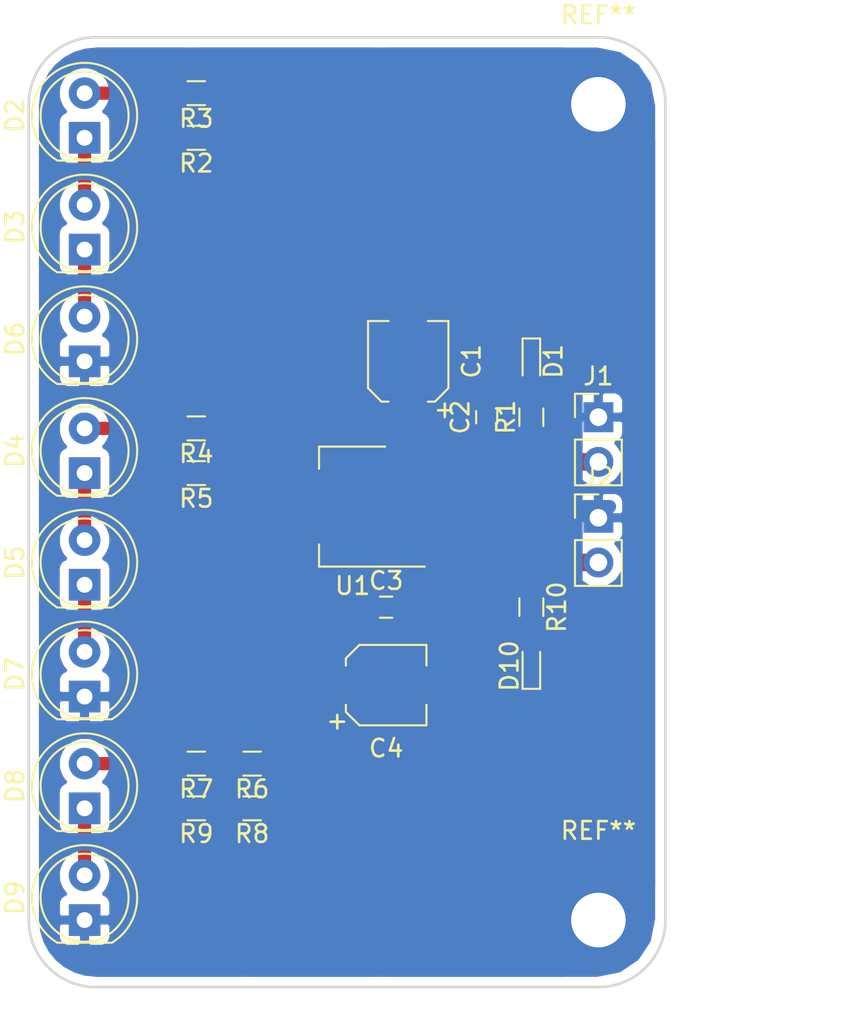
<source format=kicad_pcb>
(kicad_pcb (version 20171130) (host pcbnew "(5.0-dev-4067-g7a57606af)")

  (general
    (thickness 1.6)
    (drawings 8)
    (tracks 34)
    (zones 0)
    (modules 29)
    (nets 16)
  )

  (page A4)
  (layers
    (0 F.Cu signal)
    (31 B.Cu signal)
    (32 B.Adhes user)
    (33 F.Adhes user)
    (34 B.Paste user)
    (35 F.Paste user)
    (36 B.SilkS user)
    (37 F.SilkS user)
    (38 B.Mask user)
    (39 F.Mask user)
    (40 Dwgs.User user)
    (41 Cmts.User user)
    (42 Eco1.User user)
    (43 Eco2.User user)
    (44 Edge.Cuts user)
    (45 Margin user)
    (46 B.CrtYd user)
    (47 F.CrtYd user)
    (48 B.Fab user)
    (49 F.Fab user)
  )

  (setup
    (last_trace_width 1)
    (user_trace_width 0.3)
    (user_trace_width 0.5)
    (user_trace_width 0.75)
    (user_trace_width 1)
    (trace_clearance 0.2)
    (zone_clearance 0.508)
    (zone_45_only yes)
    (trace_min 0.2)
    (segment_width 0.2)
    (edge_width 0.15)
    (via_size 0.8)
    (via_drill 0.4)
    (via_min_size 0.4)
    (via_min_drill 0.3)
    (user_via 0.8 0.4)
    (uvia_size 0.3)
    (uvia_drill 0.1)
    (uvias_allowed no)
    (uvia_min_size 0.2)
    (uvia_min_drill 0.1)
    (pcb_text_width 0.3)
    (pcb_text_size 1.5 1.5)
    (mod_edge_width 0.15)
    (mod_text_size 1 1)
    (mod_text_width 0.15)
    (pad_size 5.99948 5.99948)
    (pad_drill 3.1)
    (pad_to_mask_clearance 0.2)
    (aux_axis_origin 0 0)
    (visible_elements FFFFFF7F)
    (pcbplotparams
      (layerselection 0x010fc_ffffffff)
      (usegerberextensions false)
      (usegerberattributes false)
      (usegerberadvancedattributes false)
      (creategerberjobfile false)
      (excludeedgelayer true)
      (linewidth 0.100000)
      (plotframeref false)
      (viasonmask false)
      (mode 1)
      (useauxorigin false)
      (hpglpennumber 1)
      (hpglpenspeed 20)
      (hpglpendiameter 15)
      (psnegative false)
      (psa4output false)
      (plotreference true)
      (plotvalue true)
      (plotinvisibletext false)
      (padsonsilk false)
      (subtractmaskfromsilk false)
      (outputformat 1)
      (mirror false)
      (drillshape 1)
      (scaleselection 1)
      (outputdirectory ""))
  )

  (net 0 "")
  (net 1 GND)
  (net 2 +5V)
  (net 3 "Net-(D2-Pad1)")
  (net 4 "Net-(D3-Pad1)")
  (net 5 "Net-(D4-Pad1)")
  (net 6 "Net-(D5-Pad1)")
  (net 7 "Net-(D8-Pad1)")
  (net 8 VCC)
  (net 9 "Net-(R6-Pad2)")
  (net 10 "Net-(D10-Pad2)")
  (net 11 "Net-(R8-Pad2)")
  (net 12 "Net-(D8-Pad2)")
  (net 13 "Net-(D1-Pad2)")
  (net 14 "Net-(D2-Pad2)")
  (net 15 "Net-(D4-Pad2)")

  (net_class Default "This is the default net class."
    (clearance 0.2)
    (trace_width 0.25)
    (via_dia 0.8)
    (via_drill 0.4)
    (uvia_dia 0.3)
    (uvia_drill 0.1)
    (add_net +5V)
    (add_net GND)
    (add_net "Net-(D1-Pad2)")
    (add_net "Net-(D10-Pad2)")
    (add_net "Net-(D2-Pad1)")
    (add_net "Net-(D2-Pad2)")
    (add_net "Net-(D3-Pad1)")
    (add_net "Net-(D4-Pad1)")
    (add_net "Net-(D4-Pad2)")
    (add_net "Net-(D5-Pad1)")
    (add_net "Net-(D8-Pad1)")
    (add_net "Net-(D8-Pad2)")
    (add_net "Net-(R6-Pad2)")
    (add_net "Net-(R8-Pad2)")
    (add_net VCC)
  )

  (module Wire_Pads:SolderWirePad_single_2-5mmDrill (layer F.Cu) (tedit 5AADCACC) (tstamp 5ABEC433)
    (at 148.59 76.835)
    (fp_text reference REF** (at 0 -5.08) (layer F.SilkS)
      (effects (font (size 1 1) (thickness 0.15)))
    )
    (fp_text value SolderWirePad_single_2-5mmDrill (at 1.27 5.08) (layer F.Fab)
      (effects (font (size 1 1) (thickness 0.15)))
    )
    (pad 1 thru_hole circle (at 0 0) (size 5.99948 5.99948) (drill 3.1) (layers *.Cu *.Mask))
  )

  (module Capacitors_SMD:CP_Elec_4x4.5 (layer F.Cu) (tedit 58AA85E3) (tstamp 5AB67F99)
    (at 136.525 109.855)
    (descr "SMT capacitor, aluminium electrolytic, 4x4.5")
    (path /5A8A3262)
    (attr smd)
    (fp_text reference C4 (at 0 3.58 180) (layer F.SilkS)
      (effects (font (size 1 1) (thickness 0.15)))
    )
    (fp_text value 10uF (at 0 -3.45 180) (layer F.Fab)
      (effects (font (size 1 1) (thickness 0.15)))
    )
    (fp_line (start 3.35 2.37) (end -3.35 2.37) (layer F.CrtYd) (width 0.05))
    (fp_line (start 3.35 2.37) (end 3.35 -2.4) (layer F.CrtYd) (width 0.05))
    (fp_line (start -3.35 -2.4) (end -3.35 2.37) (layer F.CrtYd) (width 0.05))
    (fp_line (start -3.35 -2.4) (end 3.35 -2.4) (layer F.CrtYd) (width 0.05))
    (fp_line (start -1.52 2.27) (end -2.29 1.51) (layer F.SilkS) (width 0.12))
    (fp_line (start -1.52 2.27) (end 2.29 2.27) (layer F.SilkS) (width 0.12))
    (fp_line (start -1.52 -2.3) (end -2.29 -1.54) (layer F.SilkS) (width 0.12))
    (fp_line (start -1.52 -2.3) (end 2.29 -2.3) (layer F.SilkS) (width 0.12))
    (fp_line (start -2.29 -1.54) (end -2.29 -1.13) (layer F.SilkS) (width 0.12))
    (fp_line (start -2.29 1.51) (end -2.29 1.1) (layer F.SilkS) (width 0.12))
    (fp_line (start 2.29 2.27) (end 2.29 1.1) (layer F.SilkS) (width 0.12))
    (fp_line (start 2.29 -2.3) (end 2.29 -1.13) (layer F.SilkS) (width 0.12))
    (fp_line (start 2.13 -2.15) (end -1.46 -2.15) (layer F.Fab) (width 0.1))
    (fp_line (start -1.46 -2.15) (end -2.13 -1.47) (layer F.Fab) (width 0.1))
    (fp_line (start -2.13 -1.47) (end -2.13 1.45) (layer F.Fab) (width 0.1))
    (fp_line (start -2.13 1.45) (end -1.46 2.12) (layer F.Fab) (width 0.1))
    (fp_line (start -1.46 2.12) (end 2.13 2.12) (layer F.Fab) (width 0.1))
    (fp_line (start 2.13 2.12) (end 2.13 -2.15) (layer F.Fab) (width 0.1))
    (fp_text user %R (at 0 3.58 180) (layer F.Fab)
      (effects (font (size 1 1) (thickness 0.15)))
    )
    (fp_text user + (at -2.78 1.99 180) (layer F.SilkS)
      (effects (font (size 1 1) (thickness 0.15)))
    )
    (fp_text user + (at -1.24 -0.08) (layer F.Fab)
      (effects (font (size 1 1) (thickness 0.15)))
    )
    (fp_circle (center 0 0) (end 0.1 2.1) (layer F.Fab) (width 0.1))
    (pad 2 smd rect (at 1.8 0 180) (size 2.6 1.6) (layers F.Cu F.Paste F.Mask)
      (net 1 GND))
    (pad 1 smd rect (at -1.8 0 180) (size 2.6 1.6) (layers F.Cu F.Paste F.Mask)
      (net 2 +5V))
    (model Capacitors_SMD.3dshapes/CP_Elec_4x4.5.wrl
      (at (xyz 0 0 0))
      (scale (xyz 1 1 1))
      (rotate (xyz 0 0 180))
    )
  )

  (module Capacitors_SMD:CP_Elec_4x4.5 (layer F.Cu) (tedit 58AA85E3) (tstamp 5AB6779C)
    (at 137.795 91.44 90)
    (descr "SMT capacitor, aluminium electrolytic, 4x4.5")
    (path /5A8A7B6D)
    (attr smd)
    (fp_text reference C1 (at 0 3.58 270) (layer F.SilkS)
      (effects (font (size 1 1) (thickness 0.15)))
    )
    (fp_text value 10uF (at 0 -3.45 270) (layer F.Fab)
      (effects (font (size 1 1) (thickness 0.15)))
    )
    (fp_circle (center 0 0) (end 0.1 2.1) (layer F.Fab) (width 0.1))
    (fp_text user + (at -1.24 -0.08 90) (layer F.Fab)
      (effects (font (size 1 1) (thickness 0.15)))
    )
    (fp_text user + (at -2.78 1.99 270) (layer F.SilkS)
      (effects (font (size 1 1) (thickness 0.15)))
    )
    (fp_text user %R (at 0 3.58 270) (layer F.Fab)
      (effects (font (size 1 1) (thickness 0.15)))
    )
    (fp_line (start 2.13 2.12) (end 2.13 -2.15) (layer F.Fab) (width 0.1))
    (fp_line (start -1.46 2.12) (end 2.13 2.12) (layer F.Fab) (width 0.1))
    (fp_line (start -2.13 1.45) (end -1.46 2.12) (layer F.Fab) (width 0.1))
    (fp_line (start -2.13 -1.47) (end -2.13 1.45) (layer F.Fab) (width 0.1))
    (fp_line (start -1.46 -2.15) (end -2.13 -1.47) (layer F.Fab) (width 0.1))
    (fp_line (start 2.13 -2.15) (end -1.46 -2.15) (layer F.Fab) (width 0.1))
    (fp_line (start 2.29 -2.3) (end 2.29 -1.13) (layer F.SilkS) (width 0.12))
    (fp_line (start 2.29 2.27) (end 2.29 1.1) (layer F.SilkS) (width 0.12))
    (fp_line (start -2.29 1.51) (end -2.29 1.1) (layer F.SilkS) (width 0.12))
    (fp_line (start -2.29 -1.54) (end -2.29 -1.13) (layer F.SilkS) (width 0.12))
    (fp_line (start -1.52 -2.3) (end 2.29 -2.3) (layer F.SilkS) (width 0.12))
    (fp_line (start -1.52 -2.3) (end -2.29 -1.54) (layer F.SilkS) (width 0.12))
    (fp_line (start -1.52 2.27) (end 2.29 2.27) (layer F.SilkS) (width 0.12))
    (fp_line (start -1.52 2.27) (end -2.29 1.51) (layer F.SilkS) (width 0.12))
    (fp_line (start -3.35 -2.4) (end 3.35 -2.4) (layer F.CrtYd) (width 0.05))
    (fp_line (start -3.35 -2.4) (end -3.35 2.37) (layer F.CrtYd) (width 0.05))
    (fp_line (start 3.35 2.37) (end 3.35 -2.4) (layer F.CrtYd) (width 0.05))
    (fp_line (start 3.35 2.37) (end -3.35 2.37) (layer F.CrtYd) (width 0.05))
    (pad 1 smd rect (at -1.8 0 270) (size 2.6 1.6) (layers F.Cu F.Paste F.Mask)
      (net 8 VCC))
    (pad 2 smd rect (at 1.8 0 270) (size 2.6 1.6) (layers F.Cu F.Paste F.Mask)
      (net 1 GND))
    (model Capacitors_SMD.3dshapes/CP_Elec_4x4.5.wrl
      (at (xyz 0 0 0))
      (scale (xyz 1 1 1))
      (rotate (xyz 0 0 180))
    )
  )

  (module Capacitors_SMD:C_0603 (layer F.Cu) (tedit 59958EE7) (tstamp 5AB67780)
    (at 142.24 94.615 90)
    (descr "Capacitor SMD 0603, reflow soldering, AVX (see smccp.pdf)")
    (tags "capacitor 0603")
    (path /5A8A7B66)
    (attr smd)
    (fp_text reference C2 (at 0 -1.5 90) (layer F.SilkS)
      (effects (font (size 1 1) (thickness 0.15)))
    )
    (fp_text value 100nF (at 0 1.5 90) (layer F.Fab)
      (effects (font (size 1 1) (thickness 0.15)))
    )
    (fp_text user %R (at 0 0 90) (layer F.Fab)
      (effects (font (size 0.3 0.3) (thickness 0.075)))
    )
    (fp_line (start -0.8 0.4) (end -0.8 -0.4) (layer F.Fab) (width 0.1))
    (fp_line (start 0.8 0.4) (end -0.8 0.4) (layer F.Fab) (width 0.1))
    (fp_line (start 0.8 -0.4) (end 0.8 0.4) (layer F.Fab) (width 0.1))
    (fp_line (start -0.8 -0.4) (end 0.8 -0.4) (layer F.Fab) (width 0.1))
    (fp_line (start -0.35 -0.6) (end 0.35 -0.6) (layer F.SilkS) (width 0.12))
    (fp_line (start 0.35 0.6) (end -0.35 0.6) (layer F.SilkS) (width 0.12))
    (fp_line (start -1.4 -0.65) (end 1.4 -0.65) (layer F.CrtYd) (width 0.05))
    (fp_line (start -1.4 -0.65) (end -1.4 0.65) (layer F.CrtYd) (width 0.05))
    (fp_line (start 1.4 0.65) (end 1.4 -0.65) (layer F.CrtYd) (width 0.05))
    (fp_line (start 1.4 0.65) (end -1.4 0.65) (layer F.CrtYd) (width 0.05))
    (pad 1 smd rect (at -0.75 0 90) (size 0.8 0.75) (layers F.Cu F.Paste F.Mask)
      (net 8 VCC))
    (pad 2 smd rect (at 0.75 0 90) (size 0.8 0.75) (layers F.Cu F.Paste F.Mask)
      (net 1 GND))
    (model Capacitors_SMD.3dshapes/C_0603.wrl
      (at (xyz 0 0 0))
      (scale (xyz 1 1 1))
      (rotate (xyz 0 0 0))
    )
  )

  (module Capacitors_SMD:C_0603 (layer F.Cu) (tedit 59958EE7) (tstamp 5AB6776F)
    (at 136.525 105.41)
    (descr "Capacitor SMD 0603, reflow soldering, AVX (see smccp.pdf)")
    (tags "capacitor 0603")
    (path /5A8A31A9)
    (attr smd)
    (fp_text reference C3 (at 0 -1.5) (layer F.SilkS)
      (effects (font (size 1 1) (thickness 0.15)))
    )
    (fp_text value 100nF (at 0 1.5) (layer F.Fab)
      (effects (font (size 1 1) (thickness 0.15)))
    )
    (fp_line (start 1.4 0.65) (end -1.4 0.65) (layer F.CrtYd) (width 0.05))
    (fp_line (start 1.4 0.65) (end 1.4 -0.65) (layer F.CrtYd) (width 0.05))
    (fp_line (start -1.4 -0.65) (end -1.4 0.65) (layer F.CrtYd) (width 0.05))
    (fp_line (start -1.4 -0.65) (end 1.4 -0.65) (layer F.CrtYd) (width 0.05))
    (fp_line (start 0.35 0.6) (end -0.35 0.6) (layer F.SilkS) (width 0.12))
    (fp_line (start -0.35 -0.6) (end 0.35 -0.6) (layer F.SilkS) (width 0.12))
    (fp_line (start -0.8 -0.4) (end 0.8 -0.4) (layer F.Fab) (width 0.1))
    (fp_line (start 0.8 -0.4) (end 0.8 0.4) (layer F.Fab) (width 0.1))
    (fp_line (start 0.8 0.4) (end -0.8 0.4) (layer F.Fab) (width 0.1))
    (fp_line (start -0.8 0.4) (end -0.8 -0.4) (layer F.Fab) (width 0.1))
    (fp_text user %R (at 0 0) (layer F.Fab)
      (effects (font (size 0.3 0.3) (thickness 0.075)))
    )
    (pad 2 smd rect (at 0.75 0) (size 0.8 0.75) (layers F.Cu F.Paste F.Mask)
      (net 1 GND))
    (pad 1 smd rect (at -0.75 0) (size 0.8 0.75) (layers F.Cu F.Paste F.Mask)
      (net 2 +5V))
    (model Capacitors_SMD.3dshapes/C_0603.wrl
      (at (xyz 0 0 0))
      (scale (xyz 1 1 1))
      (rotate (xyz 0 0 0))
    )
  )

  (module LEDs:LED_0603 (layer F.Cu) (tedit 57FE93A5) (tstamp 5AB6775E)
    (at 144.78 91.44 270)
    (descr "LED 0603 smd package")
    (tags "LED led 0603 SMD smd SMT smt smdled SMDLED smtled SMTLED")
    (path /5A8A7B55)
    (attr smd)
    (fp_text reference D1 (at 0 -1.25 270) (layer F.SilkS)
      (effects (font (size 1 1) (thickness 0.15)))
    )
    (fp_text value LED (at 0 1.35 270) (layer F.Fab)
      (effects (font (size 1 1) (thickness 0.15)))
    )
    (fp_line (start -1.45 -0.65) (end 1.45 -0.65) (layer F.CrtYd) (width 0.05))
    (fp_line (start -1.45 0.65) (end -1.45 -0.65) (layer F.CrtYd) (width 0.05))
    (fp_line (start 1.45 0.65) (end -1.45 0.65) (layer F.CrtYd) (width 0.05))
    (fp_line (start 1.45 -0.65) (end 1.45 0.65) (layer F.CrtYd) (width 0.05))
    (fp_line (start -1.3 -0.5) (end 0.8 -0.5) (layer F.SilkS) (width 0.12))
    (fp_line (start -1.3 0.5) (end 0.8 0.5) (layer F.SilkS) (width 0.12))
    (fp_line (start -0.8 0.4) (end -0.8 -0.4) (layer F.Fab) (width 0.1))
    (fp_line (start -0.8 -0.4) (end 0.8 -0.4) (layer F.Fab) (width 0.1))
    (fp_line (start 0.8 -0.4) (end 0.8 0.4) (layer F.Fab) (width 0.1))
    (fp_line (start 0.8 0.4) (end -0.8 0.4) (layer F.Fab) (width 0.1))
    (fp_line (start 0.15 -0.2) (end 0.15 0.2) (layer F.Fab) (width 0.1))
    (fp_line (start 0.15 0.2) (end -0.15 0) (layer F.Fab) (width 0.1))
    (fp_line (start -0.15 0) (end 0.15 -0.2) (layer F.Fab) (width 0.1))
    (fp_line (start -0.2 -0.2) (end -0.2 0.2) (layer F.Fab) (width 0.1))
    (fp_line (start -1.3 -0.5) (end -1.3 0.5) (layer F.SilkS) (width 0.12))
    (pad 1 smd rect (at -0.8 0 90) (size 0.8 0.8) (layers F.Cu F.Paste F.Mask)
      (net 1 GND))
    (pad 2 smd rect (at 0.8 0 90) (size 0.8 0.8) (layers F.Cu F.Paste F.Mask)
      (net 13 "Net-(D1-Pad2)"))
    (model ${KISYS3DMOD}/LEDs.3dshapes/LED_0603.wrl
      (at (xyz 0 0 0))
      (scale (xyz 1 1 1))
      (rotate (xyz 0 0 180))
    )
  )

  (module LEDs:LED_0603 (layer F.Cu) (tedit 57FE93A5) (tstamp 5AB67749)
    (at 144.78 108.75 90)
    (descr "LED 0603 smd package")
    (tags "LED led 0603 SMD smd SMT smt smdled SMDLED smtled SMTLED")
    (path /5A89EDD7)
    (attr smd)
    (fp_text reference D10 (at 0 -1.25 90) (layer F.SilkS)
      (effects (font (size 1 1) (thickness 0.15)))
    )
    (fp_text value LED (at 0 1.35 90) (layer F.Fab)
      (effects (font (size 1 1) (thickness 0.15)))
    )
    (fp_line (start -1.3 -0.5) (end -1.3 0.5) (layer F.SilkS) (width 0.12))
    (fp_line (start -0.2 -0.2) (end -0.2 0.2) (layer F.Fab) (width 0.1))
    (fp_line (start -0.15 0) (end 0.15 -0.2) (layer F.Fab) (width 0.1))
    (fp_line (start 0.15 0.2) (end -0.15 0) (layer F.Fab) (width 0.1))
    (fp_line (start 0.15 -0.2) (end 0.15 0.2) (layer F.Fab) (width 0.1))
    (fp_line (start 0.8 0.4) (end -0.8 0.4) (layer F.Fab) (width 0.1))
    (fp_line (start 0.8 -0.4) (end 0.8 0.4) (layer F.Fab) (width 0.1))
    (fp_line (start -0.8 -0.4) (end 0.8 -0.4) (layer F.Fab) (width 0.1))
    (fp_line (start -0.8 0.4) (end -0.8 -0.4) (layer F.Fab) (width 0.1))
    (fp_line (start -1.3 0.5) (end 0.8 0.5) (layer F.SilkS) (width 0.12))
    (fp_line (start -1.3 -0.5) (end 0.8 -0.5) (layer F.SilkS) (width 0.12))
    (fp_line (start 1.45 -0.65) (end 1.45 0.65) (layer F.CrtYd) (width 0.05))
    (fp_line (start 1.45 0.65) (end -1.45 0.65) (layer F.CrtYd) (width 0.05))
    (fp_line (start -1.45 0.65) (end -1.45 -0.65) (layer F.CrtYd) (width 0.05))
    (fp_line (start -1.45 -0.65) (end 1.45 -0.65) (layer F.CrtYd) (width 0.05))
    (pad 2 smd rect (at 0.8 0 270) (size 0.8 0.8) (layers F.Cu F.Paste F.Mask)
      (net 10 "Net-(D10-Pad2)"))
    (pad 1 smd rect (at -0.8 0 270) (size 0.8 0.8) (layers F.Cu F.Paste F.Mask)
      (net 1 GND))
    (model ${KISYS3DMOD}/LEDs.3dshapes/LED_0603.wrl
      (at (xyz 0 0 0))
      (scale (xyz 1 1 1))
      (rotate (xyz 0 0 180))
    )
  )

  (module LEDs:LED_D5.0mm (layer F.Cu) (tedit 5995936A) (tstamp 5AB67734)
    (at 119.38 91.44 90)
    (descr "LED, diameter 5.0mm, 2 pins, http://cdn-reichelt.de/documents/datenblatt/A500/LL-504BC2E-009.pdf")
    (tags "LED diameter 5.0mm 2 pins")
    (path /5A89DA3A)
    (fp_text reference D6 (at 1.27 -3.96 90) (layer F.SilkS)
      (effects (font (size 1 1) (thickness 0.15)))
    )
    (fp_text value CQY99 (at 1.27 3.96 90) (layer F.Fab)
      (effects (font (size 1 1) (thickness 0.15)))
    )
    (fp_text user %R (at 1.25 0 90) (layer F.Fab)
      (effects (font (size 0.8 0.8) (thickness 0.2)))
    )
    (fp_line (start 4.5 -3.25) (end -1.95 -3.25) (layer F.CrtYd) (width 0.05))
    (fp_line (start 4.5 3.25) (end 4.5 -3.25) (layer F.CrtYd) (width 0.05))
    (fp_line (start -1.95 3.25) (end 4.5 3.25) (layer F.CrtYd) (width 0.05))
    (fp_line (start -1.95 -3.25) (end -1.95 3.25) (layer F.CrtYd) (width 0.05))
    (fp_line (start -1.29 -1.545) (end -1.29 1.545) (layer F.SilkS) (width 0.12))
    (fp_line (start -1.23 -1.469694) (end -1.23 1.469694) (layer F.Fab) (width 0.1))
    (fp_circle (center 1.27 0) (end 3.77 0) (layer F.SilkS) (width 0.12))
    (fp_circle (center 1.27 0) (end 3.77 0) (layer F.Fab) (width 0.1))
    (fp_arc (start 1.27 0) (end -1.29 1.54483) (angle -148.9) (layer F.SilkS) (width 0.12))
    (fp_arc (start 1.27 0) (end -1.29 -1.54483) (angle 148.9) (layer F.SilkS) (width 0.12))
    (fp_arc (start 1.27 0) (end -1.23 -1.469694) (angle 299.1) (layer F.Fab) (width 0.1))
    (pad 2 thru_hole circle (at 2.54 0 90) (size 1.8 1.8) (drill 0.9) (layers *.Cu *.Mask)
      (net 4 "Net-(D3-Pad1)"))
    (pad 1 thru_hole rect (at 0 0 90) (size 1.8 1.8) (drill 0.9) (layers *.Cu *.Mask)
      (net 1 GND))
    (model ${KISYS3DMOD}/LEDs.3dshapes/LED_D5.0mm.wrl
      (at (xyz 0 0 0))
      (scale (xyz 0.393701 0.393701 0.393701))
      (rotate (xyz 0 0 0))
    )
  )

  (module LEDs:LED_D5.0mm (layer F.Cu) (tedit 5995936A) (tstamp 5AB67722)
    (at 119.38 110.49 90)
    (descr "LED, diameter 5.0mm, 2 pins, http://cdn-reichelt.de/documents/datenblatt/A500/LL-504BC2E-009.pdf")
    (tags "LED diameter 5.0mm 2 pins")
    (path /5A89DA57)
    (fp_text reference D7 (at 1.27 -3.96 90) (layer F.SilkS)
      (effects (font (size 1 1) (thickness 0.15)))
    )
    (fp_text value CQY99 (at 1.27 3.96 90) (layer F.Fab)
      (effects (font (size 1 1) (thickness 0.15)))
    )
    (fp_arc (start 1.27 0) (end -1.23 -1.469694) (angle 299.1) (layer F.Fab) (width 0.1))
    (fp_arc (start 1.27 0) (end -1.29 -1.54483) (angle 148.9) (layer F.SilkS) (width 0.12))
    (fp_arc (start 1.27 0) (end -1.29 1.54483) (angle -148.9) (layer F.SilkS) (width 0.12))
    (fp_circle (center 1.27 0) (end 3.77 0) (layer F.Fab) (width 0.1))
    (fp_circle (center 1.27 0) (end 3.77 0) (layer F.SilkS) (width 0.12))
    (fp_line (start -1.23 -1.469694) (end -1.23 1.469694) (layer F.Fab) (width 0.1))
    (fp_line (start -1.29 -1.545) (end -1.29 1.545) (layer F.SilkS) (width 0.12))
    (fp_line (start -1.95 -3.25) (end -1.95 3.25) (layer F.CrtYd) (width 0.05))
    (fp_line (start -1.95 3.25) (end 4.5 3.25) (layer F.CrtYd) (width 0.05))
    (fp_line (start 4.5 3.25) (end 4.5 -3.25) (layer F.CrtYd) (width 0.05))
    (fp_line (start 4.5 -3.25) (end -1.95 -3.25) (layer F.CrtYd) (width 0.05))
    (fp_text user %R (at 1.25 0 90) (layer F.Fab)
      (effects (font (size 0.8 0.8) (thickness 0.2)))
    )
    (pad 1 thru_hole rect (at 0 0 90) (size 1.8 1.8) (drill 0.9) (layers *.Cu *.Mask)
      (net 1 GND))
    (pad 2 thru_hole circle (at 2.54 0 90) (size 1.8 1.8) (drill 0.9) (layers *.Cu *.Mask)
      (net 6 "Net-(D5-Pad1)"))
    (model ${KISYS3DMOD}/LEDs.3dshapes/LED_D5.0mm.wrl
      (at (xyz 0 0 0))
      (scale (xyz 0.393701 0.393701 0.393701))
      (rotate (xyz 0 0 0))
    )
  )

  (module LEDs:LED_D5.0mm (layer F.Cu) (tedit 5995936A) (tstamp 5AB67AF5)
    (at 119.38 116.84 90)
    (descr "LED, diameter 5.0mm, 2 pins, http://cdn-reichelt.de/documents/datenblatt/A500/LL-504BC2E-009.pdf")
    (tags "LED diameter 5.0mm 2 pins")
    (path /5A89DA74)
    (fp_text reference D8 (at 1.27 -3.96 90) (layer F.SilkS)
      (effects (font (size 1 1) (thickness 0.15)))
    )
    (fp_text value CQY99 (at 1.27 3.96 90) (layer F.Fab)
      (effects (font (size 1 1) (thickness 0.15)))
    )
    (fp_text user %R (at 1.25 0 90) (layer F.Fab)
      (effects (font (size 0.8 0.8) (thickness 0.2)))
    )
    (fp_line (start 4.5 -3.25) (end -1.95 -3.25) (layer F.CrtYd) (width 0.05))
    (fp_line (start 4.5 3.25) (end 4.5 -3.25) (layer F.CrtYd) (width 0.05))
    (fp_line (start -1.95 3.25) (end 4.5 3.25) (layer F.CrtYd) (width 0.05))
    (fp_line (start -1.95 -3.25) (end -1.95 3.25) (layer F.CrtYd) (width 0.05))
    (fp_line (start -1.29 -1.545) (end -1.29 1.545) (layer F.SilkS) (width 0.12))
    (fp_line (start -1.23 -1.469694) (end -1.23 1.469694) (layer F.Fab) (width 0.1))
    (fp_circle (center 1.27 0) (end 3.77 0) (layer F.SilkS) (width 0.12))
    (fp_circle (center 1.27 0) (end 3.77 0) (layer F.Fab) (width 0.1))
    (fp_arc (start 1.27 0) (end -1.29 1.54483) (angle -148.9) (layer F.SilkS) (width 0.12))
    (fp_arc (start 1.27 0) (end -1.29 -1.54483) (angle 148.9) (layer F.SilkS) (width 0.12))
    (fp_arc (start 1.27 0) (end -1.23 -1.469694) (angle 299.1) (layer F.Fab) (width 0.1))
    (pad 2 thru_hole circle (at 2.54 0 90) (size 1.8 1.8) (drill 0.9) (layers *.Cu *.Mask)
      (net 12 "Net-(D8-Pad2)"))
    (pad 1 thru_hole rect (at 0 0 90) (size 1.8 1.8) (drill 0.9) (layers *.Cu *.Mask)
      (net 7 "Net-(D8-Pad1)"))
    (model ${KISYS3DMOD}/LEDs.3dshapes/LED_D5.0mm.wrl
      (at (xyz 0 0 0))
      (scale (xyz 0.393701 0.393701 0.393701))
      (rotate (xyz 0 0 0))
    )
  )

  (module LEDs:LED_D5.0mm (layer F.Cu) (tedit 5995936A) (tstamp 5AB676FE)
    (at 119.38 123.19 90)
    (descr "LED, diameter 5.0mm, 2 pins, http://cdn-reichelt.de/documents/datenblatt/A500/LL-504BC2E-009.pdf")
    (tags "LED diameter 5.0mm 2 pins")
    (path /5A89DA91)
    (fp_text reference D9 (at 1.27 -3.96 90) (layer F.SilkS)
      (effects (font (size 1 1) (thickness 0.15)))
    )
    (fp_text value CQY99 (at 1.27 3.96 90) (layer F.Fab)
      (effects (font (size 1 1) (thickness 0.15)))
    )
    (fp_arc (start 1.27 0) (end -1.23 -1.469694) (angle 299.1) (layer F.Fab) (width 0.1))
    (fp_arc (start 1.27 0) (end -1.29 -1.54483) (angle 148.9) (layer F.SilkS) (width 0.12))
    (fp_arc (start 1.27 0) (end -1.29 1.54483) (angle -148.9) (layer F.SilkS) (width 0.12))
    (fp_circle (center 1.27 0) (end 3.77 0) (layer F.Fab) (width 0.1))
    (fp_circle (center 1.27 0) (end 3.77 0) (layer F.SilkS) (width 0.12))
    (fp_line (start -1.23 -1.469694) (end -1.23 1.469694) (layer F.Fab) (width 0.1))
    (fp_line (start -1.29 -1.545) (end -1.29 1.545) (layer F.SilkS) (width 0.12))
    (fp_line (start -1.95 -3.25) (end -1.95 3.25) (layer F.CrtYd) (width 0.05))
    (fp_line (start -1.95 3.25) (end 4.5 3.25) (layer F.CrtYd) (width 0.05))
    (fp_line (start 4.5 3.25) (end 4.5 -3.25) (layer F.CrtYd) (width 0.05))
    (fp_line (start 4.5 -3.25) (end -1.95 -3.25) (layer F.CrtYd) (width 0.05))
    (fp_text user %R (at 1.25 0 90) (layer F.Fab)
      (effects (font (size 0.8 0.8) (thickness 0.2)))
    )
    (pad 1 thru_hole rect (at 0 0 90) (size 1.8 1.8) (drill 0.9) (layers *.Cu *.Mask)
      (net 1 GND))
    (pad 2 thru_hole circle (at 2.54 0 90) (size 1.8 1.8) (drill 0.9) (layers *.Cu *.Mask)
      (net 7 "Net-(D8-Pad1)"))
    (model ${KISYS3DMOD}/LEDs.3dshapes/LED_D5.0mm.wrl
      (at (xyz 0 0 0))
      (scale (xyz 0.393701 0.393701 0.393701))
      (rotate (xyz 0 0 0))
    )
  )

  (module LEDs:LED_D5.0mm (layer F.Cu) (tedit 5995936A) (tstamp 5AB676EC)
    (at 119.38 97.79 90)
    (descr "LED, diameter 5.0mm, 2 pins, http://cdn-reichelt.de/documents/datenblatt/A500/LL-504BC2E-009.pdf")
    (tags "LED diameter 5.0mm 2 pins")
    (path /5A89D043)
    (fp_text reference D4 (at 1.27 -3.96 90) (layer F.SilkS)
      (effects (font (size 1 1) (thickness 0.15)))
    )
    (fp_text value CQY99 (at 1.27 3.96 90) (layer F.Fab)
      (effects (font (size 1 1) (thickness 0.15)))
    )
    (fp_text user %R (at 1.25 0 90) (layer F.Fab)
      (effects (font (size 0.8 0.8) (thickness 0.2)))
    )
    (fp_line (start 4.5 -3.25) (end -1.95 -3.25) (layer F.CrtYd) (width 0.05))
    (fp_line (start 4.5 3.25) (end 4.5 -3.25) (layer F.CrtYd) (width 0.05))
    (fp_line (start -1.95 3.25) (end 4.5 3.25) (layer F.CrtYd) (width 0.05))
    (fp_line (start -1.95 -3.25) (end -1.95 3.25) (layer F.CrtYd) (width 0.05))
    (fp_line (start -1.29 -1.545) (end -1.29 1.545) (layer F.SilkS) (width 0.12))
    (fp_line (start -1.23 -1.469694) (end -1.23 1.469694) (layer F.Fab) (width 0.1))
    (fp_circle (center 1.27 0) (end 3.77 0) (layer F.SilkS) (width 0.12))
    (fp_circle (center 1.27 0) (end 3.77 0) (layer F.Fab) (width 0.1))
    (fp_arc (start 1.27 0) (end -1.29 1.54483) (angle -148.9) (layer F.SilkS) (width 0.12))
    (fp_arc (start 1.27 0) (end -1.29 -1.54483) (angle 148.9) (layer F.SilkS) (width 0.12))
    (fp_arc (start 1.27 0) (end -1.23 -1.469694) (angle 299.1) (layer F.Fab) (width 0.1))
    (pad 2 thru_hole circle (at 2.54 0 90) (size 1.8 1.8) (drill 0.9) (layers *.Cu *.Mask)
      (net 15 "Net-(D4-Pad2)"))
    (pad 1 thru_hole rect (at 0 0 90) (size 1.8 1.8) (drill 0.9) (layers *.Cu *.Mask)
      (net 5 "Net-(D4-Pad1)"))
    (model ${KISYS3DMOD}/LEDs.3dshapes/LED_D5.0mm.wrl
      (at (xyz 0 0 0))
      (scale (xyz 0.393701 0.393701 0.393701))
      (rotate (xyz 0 0 0))
    )
  )

  (module LEDs:LED_D5.0mm (layer F.Cu) (tedit 5995936A) (tstamp 5AB676DA)
    (at 119.38 85.09 90)
    (descr "LED, diameter 5.0mm, 2 pins, http://cdn-reichelt.de/documents/datenblatt/A500/LL-504BC2E-009.pdf")
    (tags "LED diameter 5.0mm 2 pins")
    (path /5A89CE58)
    (fp_text reference D3 (at 1.27 -3.96 90) (layer F.SilkS)
      (effects (font (size 1 1) (thickness 0.15)))
    )
    (fp_text value CQY99 (at 1.27 3.96 90) (layer F.Fab)
      (effects (font (size 1 1) (thickness 0.15)))
    )
    (fp_arc (start 1.27 0) (end -1.23 -1.469694) (angle 299.1) (layer F.Fab) (width 0.1))
    (fp_arc (start 1.27 0) (end -1.29 -1.54483) (angle 148.9) (layer F.SilkS) (width 0.12))
    (fp_arc (start 1.27 0) (end -1.29 1.54483) (angle -148.9) (layer F.SilkS) (width 0.12))
    (fp_circle (center 1.27 0) (end 3.77 0) (layer F.Fab) (width 0.1))
    (fp_circle (center 1.27 0) (end 3.77 0) (layer F.SilkS) (width 0.12))
    (fp_line (start -1.23 -1.469694) (end -1.23 1.469694) (layer F.Fab) (width 0.1))
    (fp_line (start -1.29 -1.545) (end -1.29 1.545) (layer F.SilkS) (width 0.12))
    (fp_line (start -1.95 -3.25) (end -1.95 3.25) (layer F.CrtYd) (width 0.05))
    (fp_line (start -1.95 3.25) (end 4.5 3.25) (layer F.CrtYd) (width 0.05))
    (fp_line (start 4.5 3.25) (end 4.5 -3.25) (layer F.CrtYd) (width 0.05))
    (fp_line (start 4.5 -3.25) (end -1.95 -3.25) (layer F.CrtYd) (width 0.05))
    (fp_text user %R (at 1.25 0 90) (layer F.Fab)
      (effects (font (size 0.8 0.8) (thickness 0.2)))
    )
    (pad 1 thru_hole rect (at 0 0 90) (size 1.8 1.8) (drill 0.9) (layers *.Cu *.Mask)
      (net 4 "Net-(D3-Pad1)"))
    (pad 2 thru_hole circle (at 2.54 0 90) (size 1.8 1.8) (drill 0.9) (layers *.Cu *.Mask)
      (net 3 "Net-(D2-Pad1)"))
    (model ${KISYS3DMOD}/LEDs.3dshapes/LED_D5.0mm.wrl
      (at (xyz 0 0 0))
      (scale (xyz 0.393701 0.393701 0.393701))
      (rotate (xyz 0 0 0))
    )
  )

  (module LEDs:LED_D5.0mm (layer F.Cu) (tedit 5995936A) (tstamp 5AB679C3)
    (at 119.38 78.74 90)
    (descr "LED, diameter 5.0mm, 2 pins, http://cdn-reichelt.de/documents/datenblatt/A500/LL-504BC2E-009.pdf")
    (tags "LED diameter 5.0mm 2 pins")
    (path /5A89CB23)
    (fp_text reference D2 (at 1.27 -3.96 90) (layer F.SilkS)
      (effects (font (size 1 1) (thickness 0.15)))
    )
    (fp_text value CQY99 (at 1.27 3.96 90) (layer F.Fab)
      (effects (font (size 1 1) (thickness 0.15)))
    )
    (fp_text user %R (at 1.25 0 90) (layer F.Fab)
      (effects (font (size 0.8 0.8) (thickness 0.2)))
    )
    (fp_line (start 4.5 -3.25) (end -1.95 -3.25) (layer F.CrtYd) (width 0.05))
    (fp_line (start 4.5 3.25) (end 4.5 -3.25) (layer F.CrtYd) (width 0.05))
    (fp_line (start -1.95 3.25) (end 4.5 3.25) (layer F.CrtYd) (width 0.05))
    (fp_line (start -1.95 -3.25) (end -1.95 3.25) (layer F.CrtYd) (width 0.05))
    (fp_line (start -1.29 -1.545) (end -1.29 1.545) (layer F.SilkS) (width 0.12))
    (fp_line (start -1.23 -1.469694) (end -1.23 1.469694) (layer F.Fab) (width 0.1))
    (fp_circle (center 1.27 0) (end 3.77 0) (layer F.SilkS) (width 0.12))
    (fp_circle (center 1.27 0) (end 3.77 0) (layer F.Fab) (width 0.1))
    (fp_arc (start 1.27 0) (end -1.29 1.54483) (angle -148.9) (layer F.SilkS) (width 0.12))
    (fp_arc (start 1.27 0) (end -1.29 -1.54483) (angle 148.9) (layer F.SilkS) (width 0.12))
    (fp_arc (start 1.27 0) (end -1.23 -1.469694) (angle 299.1) (layer F.Fab) (width 0.1))
    (pad 2 thru_hole circle (at 2.54 0 90) (size 1.8 1.8) (drill 0.9) (layers *.Cu *.Mask)
      (net 14 "Net-(D2-Pad2)"))
    (pad 1 thru_hole rect (at 0 0 90) (size 1.8 1.8) (drill 0.9) (layers *.Cu *.Mask)
      (net 3 "Net-(D2-Pad1)"))
    (model ${KISYS3DMOD}/LEDs.3dshapes/LED_D5.0mm.wrl
      (at (xyz 0 0 0))
      (scale (xyz 0.393701 0.393701 0.393701))
      (rotate (xyz 0 0 0))
    )
  )

  (module LEDs:LED_D5.0mm (layer F.Cu) (tedit 5995936A) (tstamp 5AB676B6)
    (at 119.38 104.14 90)
    (descr "LED, diameter 5.0mm, 2 pins, http://cdn-reichelt.de/documents/datenblatt/A500/LL-504BC2E-009.pdf")
    (tags "LED diameter 5.0mm 2 pins")
    (path /5A89D060)
    (fp_text reference D5 (at 1.27 -3.96 90) (layer F.SilkS)
      (effects (font (size 1 1) (thickness 0.15)))
    )
    (fp_text value CQY99 (at 1.27 3.96 90) (layer F.Fab)
      (effects (font (size 1 1) (thickness 0.15)))
    )
    (fp_arc (start 1.27 0) (end -1.23 -1.469694) (angle 299.1) (layer F.Fab) (width 0.1))
    (fp_arc (start 1.27 0) (end -1.29 -1.54483) (angle 148.9) (layer F.SilkS) (width 0.12))
    (fp_arc (start 1.27 0) (end -1.29 1.54483) (angle -148.9) (layer F.SilkS) (width 0.12))
    (fp_circle (center 1.27 0) (end 3.77 0) (layer F.Fab) (width 0.1))
    (fp_circle (center 1.27 0) (end 3.77 0) (layer F.SilkS) (width 0.12))
    (fp_line (start -1.23 -1.469694) (end -1.23 1.469694) (layer F.Fab) (width 0.1))
    (fp_line (start -1.29 -1.545) (end -1.29 1.545) (layer F.SilkS) (width 0.12))
    (fp_line (start -1.95 -3.25) (end -1.95 3.25) (layer F.CrtYd) (width 0.05))
    (fp_line (start -1.95 3.25) (end 4.5 3.25) (layer F.CrtYd) (width 0.05))
    (fp_line (start 4.5 3.25) (end 4.5 -3.25) (layer F.CrtYd) (width 0.05))
    (fp_line (start 4.5 -3.25) (end -1.95 -3.25) (layer F.CrtYd) (width 0.05))
    (fp_text user %R (at 1.25 0 90) (layer F.Fab)
      (effects (font (size 0.8 0.8) (thickness 0.2)))
    )
    (pad 1 thru_hole rect (at 0 0 90) (size 1.8 1.8) (drill 0.9) (layers *.Cu *.Mask)
      (net 6 "Net-(D5-Pad1)"))
    (pad 2 thru_hole circle (at 2.54 0 90) (size 1.8 1.8) (drill 0.9) (layers *.Cu *.Mask)
      (net 5 "Net-(D4-Pad1)"))
    (model ${KISYS3DMOD}/LEDs.3dshapes/LED_D5.0mm.wrl
      (at (xyz 0 0 0))
      (scale (xyz 0.393701 0.393701 0.393701))
      (rotate (xyz 0 0 0))
    )
  )

  (module Pin_Headers:Pin_Header_Straight_1x02_Pitch2.54mm (layer F.Cu) (tedit 59650532) (tstamp 5AB676A4)
    (at 148.59 100.33)
    (descr "Through hole straight pin header, 1x02, 2.54mm pitch, single row")
    (tags "Through hole pin header THT 1x02 2.54mm single row")
    (path /5A89C5FF)
    (fp_text reference J2 (at 0 -2.33) (layer F.SilkS)
      (effects (font (size 1 1) (thickness 0.15)))
    )
    (fp_text value Conn_01x02 (at 0 4.87) (layer F.Fab)
      (effects (font (size 1 1) (thickness 0.15)))
    )
    (fp_text user %R (at 0 1.27 90) (layer F.Fab)
      (effects (font (size 1 1) (thickness 0.15)))
    )
    (fp_line (start 1.8 -1.8) (end -1.8 -1.8) (layer F.CrtYd) (width 0.05))
    (fp_line (start 1.8 4.35) (end 1.8 -1.8) (layer F.CrtYd) (width 0.05))
    (fp_line (start -1.8 4.35) (end 1.8 4.35) (layer F.CrtYd) (width 0.05))
    (fp_line (start -1.8 -1.8) (end -1.8 4.35) (layer F.CrtYd) (width 0.05))
    (fp_line (start -1.33 -1.33) (end 0 -1.33) (layer F.SilkS) (width 0.12))
    (fp_line (start -1.33 0) (end -1.33 -1.33) (layer F.SilkS) (width 0.12))
    (fp_line (start -1.33 1.27) (end 1.33 1.27) (layer F.SilkS) (width 0.12))
    (fp_line (start 1.33 1.27) (end 1.33 3.87) (layer F.SilkS) (width 0.12))
    (fp_line (start -1.33 1.27) (end -1.33 3.87) (layer F.SilkS) (width 0.12))
    (fp_line (start -1.33 3.87) (end 1.33 3.87) (layer F.SilkS) (width 0.12))
    (fp_line (start -1.27 -0.635) (end -0.635 -1.27) (layer F.Fab) (width 0.1))
    (fp_line (start -1.27 3.81) (end -1.27 -0.635) (layer F.Fab) (width 0.1))
    (fp_line (start 1.27 3.81) (end -1.27 3.81) (layer F.Fab) (width 0.1))
    (fp_line (start 1.27 -1.27) (end 1.27 3.81) (layer F.Fab) (width 0.1))
    (fp_line (start -0.635 -1.27) (end 1.27 -1.27) (layer F.Fab) (width 0.1))
    (pad 2 thru_hole oval (at 0 2.54) (size 1.7 1.7) (drill 1) (layers *.Cu *.Mask)
      (net 2 +5V))
    (pad 1 thru_hole rect (at 0 0) (size 1.7 1.7) (drill 1) (layers *.Cu *.Mask)
      (net 1 GND))
    (model ${KISYS3DMOD}/Pin_Headers.3dshapes/Pin_Header_Straight_1x02_Pitch2.54mm.wrl
      (at (xyz 0 0 0))
      (scale (xyz 1 1 1))
      (rotate (xyz 0 0 0))
    )
  )

  (module Pin_Headers:Pin_Header_Straight_1x02_Pitch2.54mm (layer F.Cu) (tedit 59650532) (tstamp 5AB6768E)
    (at 148.59 94.615)
    (descr "Through hole straight pin header, 1x02, 2.54mm pitch, single row")
    (tags "Through hole pin header THT 1x02 2.54mm single row")
    (path /5A8AB0A4)
    (fp_text reference J1 (at 0 -2.33) (layer F.SilkS)
      (effects (font (size 1 1) (thickness 0.15)))
    )
    (fp_text value Conn_01x02 (at 0 4.87) (layer F.Fab)
      (effects (font (size 1 1) (thickness 0.15)))
    )
    (fp_line (start -0.635 -1.27) (end 1.27 -1.27) (layer F.Fab) (width 0.1))
    (fp_line (start 1.27 -1.27) (end 1.27 3.81) (layer F.Fab) (width 0.1))
    (fp_line (start 1.27 3.81) (end -1.27 3.81) (layer F.Fab) (width 0.1))
    (fp_line (start -1.27 3.81) (end -1.27 -0.635) (layer F.Fab) (width 0.1))
    (fp_line (start -1.27 -0.635) (end -0.635 -1.27) (layer F.Fab) (width 0.1))
    (fp_line (start -1.33 3.87) (end 1.33 3.87) (layer F.SilkS) (width 0.12))
    (fp_line (start -1.33 1.27) (end -1.33 3.87) (layer F.SilkS) (width 0.12))
    (fp_line (start 1.33 1.27) (end 1.33 3.87) (layer F.SilkS) (width 0.12))
    (fp_line (start -1.33 1.27) (end 1.33 1.27) (layer F.SilkS) (width 0.12))
    (fp_line (start -1.33 0) (end -1.33 -1.33) (layer F.SilkS) (width 0.12))
    (fp_line (start -1.33 -1.33) (end 0 -1.33) (layer F.SilkS) (width 0.12))
    (fp_line (start -1.8 -1.8) (end -1.8 4.35) (layer F.CrtYd) (width 0.05))
    (fp_line (start -1.8 4.35) (end 1.8 4.35) (layer F.CrtYd) (width 0.05))
    (fp_line (start 1.8 4.35) (end 1.8 -1.8) (layer F.CrtYd) (width 0.05))
    (fp_line (start 1.8 -1.8) (end -1.8 -1.8) (layer F.CrtYd) (width 0.05))
    (fp_text user %R (at 0 1.27 90) (layer F.Fab)
      (effects (font (size 1 1) (thickness 0.15)))
    )
    (pad 1 thru_hole rect (at 0 0) (size 1.7 1.7) (drill 1) (layers *.Cu *.Mask)
      (net 1 GND))
    (pad 2 thru_hole oval (at 0 2.54) (size 1.7 1.7) (drill 1) (layers *.Cu *.Mask)
      (net 8 VCC))
    (model ${KISYS3DMOD}/Pin_Headers.3dshapes/Pin_Header_Straight_1x02_Pitch2.54mm.wrl
      (at (xyz 0 0 0))
      (scale (xyz 1 1 1))
      (rotate (xyz 0 0 0))
    )
  )

  (module Resistors_SMD:R_0603 (layer F.Cu) (tedit 58E0A804) (tstamp 5AB67678)
    (at 125.73 97.79 180)
    (descr "Resistor SMD 0603, reflow soldering, Vishay (see dcrcw.pdf)")
    (tags "resistor 0603")
    (path /5AB00964)
    (attr smd)
    (fp_text reference R5 (at 0 -1.45 180) (layer F.SilkS)
      (effects (font (size 1 1) (thickness 0.15)))
    )
    (fp_text value 15 (at 0 1.5 180) (layer F.Fab)
      (effects (font (size 1 1) (thickness 0.15)))
    )
    (fp_line (start 1.25 0.7) (end -1.25 0.7) (layer F.CrtYd) (width 0.05))
    (fp_line (start 1.25 0.7) (end 1.25 -0.7) (layer F.CrtYd) (width 0.05))
    (fp_line (start -1.25 -0.7) (end -1.25 0.7) (layer F.CrtYd) (width 0.05))
    (fp_line (start -1.25 -0.7) (end 1.25 -0.7) (layer F.CrtYd) (width 0.05))
    (fp_line (start -0.5 -0.68) (end 0.5 -0.68) (layer F.SilkS) (width 0.12))
    (fp_line (start 0.5 0.68) (end -0.5 0.68) (layer F.SilkS) (width 0.12))
    (fp_line (start -0.8 -0.4) (end 0.8 -0.4) (layer F.Fab) (width 0.1))
    (fp_line (start 0.8 -0.4) (end 0.8 0.4) (layer F.Fab) (width 0.1))
    (fp_line (start 0.8 0.4) (end -0.8 0.4) (layer F.Fab) (width 0.1))
    (fp_line (start -0.8 0.4) (end -0.8 -0.4) (layer F.Fab) (width 0.1))
    (fp_text user %R (at 0 0 180) (layer F.Fab)
      (effects (font (size 0.4 0.4) (thickness 0.075)))
    )
    (pad 2 smd rect (at 0.75 0 180) (size 0.5 0.9) (layers F.Cu F.Paste F.Mask)
      (net 15 "Net-(D4-Pad2)"))
    (pad 1 smd rect (at -0.75 0 180) (size 0.5 0.9) (layers F.Cu F.Paste F.Mask)
      (net 2 +5V))
    (model ${KISYS3DMOD}/Resistors_SMD.3dshapes/R_0603.wrl
      (at (xyz 0 0 0))
      (scale (xyz 1 1 1))
      (rotate (xyz 0 0 0))
    )
  )

  (module Resistors_SMD:R_0603 (layer F.Cu) (tedit 58E0A804) (tstamp 5AB67667)
    (at 125.73 95.25 180)
    (descr "Resistor SMD 0603, reflow soldering, Vishay (see dcrcw.pdf)")
    (tags "resistor 0603")
    (path /5AB0096D)
    (attr smd)
    (fp_text reference R4 (at 0 -1.45 180) (layer F.SilkS)
      (effects (font (size 1 1) (thickness 0.15)))
    )
    (fp_text value 15 (at 0 1.5 180) (layer F.Fab)
      (effects (font (size 1 1) (thickness 0.15)))
    )
    (fp_text user %R (at 0 0 180) (layer F.Fab)
      (effects (font (size 0.4 0.4) (thickness 0.075)))
    )
    (fp_line (start -0.8 0.4) (end -0.8 -0.4) (layer F.Fab) (width 0.1))
    (fp_line (start 0.8 0.4) (end -0.8 0.4) (layer F.Fab) (width 0.1))
    (fp_line (start 0.8 -0.4) (end 0.8 0.4) (layer F.Fab) (width 0.1))
    (fp_line (start -0.8 -0.4) (end 0.8 -0.4) (layer F.Fab) (width 0.1))
    (fp_line (start 0.5 0.68) (end -0.5 0.68) (layer F.SilkS) (width 0.12))
    (fp_line (start -0.5 -0.68) (end 0.5 -0.68) (layer F.SilkS) (width 0.12))
    (fp_line (start -1.25 -0.7) (end 1.25 -0.7) (layer F.CrtYd) (width 0.05))
    (fp_line (start -1.25 -0.7) (end -1.25 0.7) (layer F.CrtYd) (width 0.05))
    (fp_line (start 1.25 0.7) (end 1.25 -0.7) (layer F.CrtYd) (width 0.05))
    (fp_line (start 1.25 0.7) (end -1.25 0.7) (layer F.CrtYd) (width 0.05))
    (pad 1 smd rect (at -0.75 0 180) (size 0.5 0.9) (layers F.Cu F.Paste F.Mask)
      (net 2 +5V))
    (pad 2 smd rect (at 0.75 0 180) (size 0.5 0.9) (layers F.Cu F.Paste F.Mask)
      (net 15 "Net-(D4-Pad2)"))
    (model ${KISYS3DMOD}/Resistors_SMD.3dshapes/R_0603.wrl
      (at (xyz 0 0 0))
      (scale (xyz 1 1 1))
      (rotate (xyz 0 0 0))
    )
  )

  (module Resistors_SMD:R_0603 (layer F.Cu) (tedit 58E0A804) (tstamp 5AB67656)
    (at 125.73 76.2 180)
    (descr "Resistor SMD 0603, reflow soldering, Vishay (see dcrcw.pdf)")
    (tags "resistor 0603")
    (path /5AAF85DD)
    (attr smd)
    (fp_text reference R3 (at 0 -1.45 180) (layer F.SilkS)
      (effects (font (size 1 1) (thickness 0.15)))
    )
    (fp_text value 15 (at 0 1.5 180) (layer F.Fab)
      (effects (font (size 1 1) (thickness 0.15)))
    )
    (fp_line (start 1.25 0.7) (end -1.25 0.7) (layer F.CrtYd) (width 0.05))
    (fp_line (start 1.25 0.7) (end 1.25 -0.7) (layer F.CrtYd) (width 0.05))
    (fp_line (start -1.25 -0.7) (end -1.25 0.7) (layer F.CrtYd) (width 0.05))
    (fp_line (start -1.25 -0.7) (end 1.25 -0.7) (layer F.CrtYd) (width 0.05))
    (fp_line (start -0.5 -0.68) (end 0.5 -0.68) (layer F.SilkS) (width 0.12))
    (fp_line (start 0.5 0.68) (end -0.5 0.68) (layer F.SilkS) (width 0.12))
    (fp_line (start -0.8 -0.4) (end 0.8 -0.4) (layer F.Fab) (width 0.1))
    (fp_line (start 0.8 -0.4) (end 0.8 0.4) (layer F.Fab) (width 0.1))
    (fp_line (start 0.8 0.4) (end -0.8 0.4) (layer F.Fab) (width 0.1))
    (fp_line (start -0.8 0.4) (end -0.8 -0.4) (layer F.Fab) (width 0.1))
    (fp_text user %R (at 0 0 180) (layer F.Fab)
      (effects (font (size 0.4 0.4) (thickness 0.075)))
    )
    (pad 2 smd rect (at 0.75 0 180) (size 0.5 0.9) (layers F.Cu F.Paste F.Mask)
      (net 14 "Net-(D2-Pad2)"))
    (pad 1 smd rect (at -0.75 0 180) (size 0.5 0.9) (layers F.Cu F.Paste F.Mask)
      (net 2 +5V))
    (model ${KISYS3DMOD}/Resistors_SMD.3dshapes/R_0603.wrl
      (at (xyz 0 0 0))
      (scale (xyz 1 1 1))
      (rotate (xyz 0 0 0))
    )
  )

  (module Resistors_SMD:R_0603 (layer F.Cu) (tedit 58E0A804) (tstamp 5AB67645)
    (at 125.73 78.74 180)
    (descr "Resistor SMD 0603, reflow soldering, Vishay (see dcrcw.pdf)")
    (tags "resistor 0603")
    (path /5A89CA50)
    (attr smd)
    (fp_text reference R2 (at 0 -1.45 180) (layer F.SilkS)
      (effects (font (size 1 1) (thickness 0.15)))
    )
    (fp_text value 15 (at 0 1.5 180) (layer F.Fab)
      (effects (font (size 1 1) (thickness 0.15)))
    )
    (fp_text user %R (at 0 0 180) (layer F.Fab)
      (effects (font (size 0.4 0.4) (thickness 0.075)))
    )
    (fp_line (start -0.8 0.4) (end -0.8 -0.4) (layer F.Fab) (width 0.1))
    (fp_line (start 0.8 0.4) (end -0.8 0.4) (layer F.Fab) (width 0.1))
    (fp_line (start 0.8 -0.4) (end 0.8 0.4) (layer F.Fab) (width 0.1))
    (fp_line (start -0.8 -0.4) (end 0.8 -0.4) (layer F.Fab) (width 0.1))
    (fp_line (start 0.5 0.68) (end -0.5 0.68) (layer F.SilkS) (width 0.12))
    (fp_line (start -0.5 -0.68) (end 0.5 -0.68) (layer F.SilkS) (width 0.12))
    (fp_line (start -1.25 -0.7) (end 1.25 -0.7) (layer F.CrtYd) (width 0.05))
    (fp_line (start -1.25 -0.7) (end -1.25 0.7) (layer F.CrtYd) (width 0.05))
    (fp_line (start 1.25 0.7) (end 1.25 -0.7) (layer F.CrtYd) (width 0.05))
    (fp_line (start 1.25 0.7) (end -1.25 0.7) (layer F.CrtYd) (width 0.05))
    (pad 1 smd rect (at -0.75 0 180) (size 0.5 0.9) (layers F.Cu F.Paste F.Mask)
      (net 2 +5V))
    (pad 2 smd rect (at 0.75 0 180) (size 0.5 0.9) (layers F.Cu F.Paste F.Mask)
      (net 14 "Net-(D2-Pad2)"))
    (model ${KISYS3DMOD}/Resistors_SMD.3dshapes/R_0603.wrl
      (at (xyz 0 0 0))
      (scale (xyz 1 1 1))
      (rotate (xyz 0 0 0))
    )
  )

  (module Resistors_SMD:R_0603 (layer F.Cu) (tedit 58E0A804) (tstamp 5AB67634)
    (at 144.78 94.615 90)
    (descr "Resistor SMD 0603, reflow soldering, Vishay (see dcrcw.pdf)")
    (tags "resistor 0603")
    (path /5A8A7B4E)
    (attr smd)
    (fp_text reference R1 (at 0 -1.45 90) (layer F.SilkS)
      (effects (font (size 1 1) (thickness 0.15)))
    )
    (fp_text value 1k (at 0 1.5 90) (layer F.Fab)
      (effects (font (size 1 1) (thickness 0.15)))
    )
    (fp_line (start 1.25 0.7) (end -1.25 0.7) (layer F.CrtYd) (width 0.05))
    (fp_line (start 1.25 0.7) (end 1.25 -0.7) (layer F.CrtYd) (width 0.05))
    (fp_line (start -1.25 -0.7) (end -1.25 0.7) (layer F.CrtYd) (width 0.05))
    (fp_line (start -1.25 -0.7) (end 1.25 -0.7) (layer F.CrtYd) (width 0.05))
    (fp_line (start -0.5 -0.68) (end 0.5 -0.68) (layer F.SilkS) (width 0.12))
    (fp_line (start 0.5 0.68) (end -0.5 0.68) (layer F.SilkS) (width 0.12))
    (fp_line (start -0.8 -0.4) (end 0.8 -0.4) (layer F.Fab) (width 0.1))
    (fp_line (start 0.8 -0.4) (end 0.8 0.4) (layer F.Fab) (width 0.1))
    (fp_line (start 0.8 0.4) (end -0.8 0.4) (layer F.Fab) (width 0.1))
    (fp_line (start -0.8 0.4) (end -0.8 -0.4) (layer F.Fab) (width 0.1))
    (fp_text user %R (at 0 0 90) (layer F.Fab)
      (effects (font (size 0.4 0.4) (thickness 0.075)))
    )
    (pad 2 smd rect (at 0.75 0 90) (size 0.5 0.9) (layers F.Cu F.Paste F.Mask)
      (net 13 "Net-(D1-Pad2)"))
    (pad 1 smd rect (at -0.75 0 90) (size 0.5 0.9) (layers F.Cu F.Paste F.Mask)
      (net 8 VCC))
    (model ${KISYS3DMOD}/Resistors_SMD.3dshapes/R_0603.wrl
      (at (xyz 0 0 0))
      (scale (xyz 1 1 1))
      (rotate (xyz 0 0 0))
    )
  )

  (module Resistors_SMD:R_0603 (layer F.Cu) (tedit 58E0A804) (tstamp 5AB67623)
    (at 125.73 114.3 180)
    (descr "Resistor SMD 0603, reflow soldering, Vishay (see dcrcw.pdf)")
    (tags "resistor 0603")
    (path /5AB0443D)
    (attr smd)
    (fp_text reference R7 (at 0 -1.45 180) (layer F.SilkS)
      (effects (font (size 1 1) (thickness 0.15)))
    )
    (fp_text value 18 (at 0 1.5 180) (layer F.Fab)
      (effects (font (size 1 1) (thickness 0.15)))
    )
    (fp_text user %R (at 0 0 180) (layer F.Fab)
      (effects (font (size 0.4 0.4) (thickness 0.075)))
    )
    (fp_line (start -0.8 0.4) (end -0.8 -0.4) (layer F.Fab) (width 0.1))
    (fp_line (start 0.8 0.4) (end -0.8 0.4) (layer F.Fab) (width 0.1))
    (fp_line (start 0.8 -0.4) (end 0.8 0.4) (layer F.Fab) (width 0.1))
    (fp_line (start -0.8 -0.4) (end 0.8 -0.4) (layer F.Fab) (width 0.1))
    (fp_line (start 0.5 0.68) (end -0.5 0.68) (layer F.SilkS) (width 0.12))
    (fp_line (start -0.5 -0.68) (end 0.5 -0.68) (layer F.SilkS) (width 0.12))
    (fp_line (start -1.25 -0.7) (end 1.25 -0.7) (layer F.CrtYd) (width 0.05))
    (fp_line (start -1.25 -0.7) (end -1.25 0.7) (layer F.CrtYd) (width 0.05))
    (fp_line (start 1.25 0.7) (end 1.25 -0.7) (layer F.CrtYd) (width 0.05))
    (fp_line (start 1.25 0.7) (end -1.25 0.7) (layer F.CrtYd) (width 0.05))
    (pad 1 smd rect (at -0.75 0 180) (size 0.5 0.9) (layers F.Cu F.Paste F.Mask)
      (net 9 "Net-(R6-Pad2)"))
    (pad 2 smd rect (at 0.75 0 180) (size 0.5 0.9) (layers F.Cu F.Paste F.Mask)
      (net 12 "Net-(D8-Pad2)"))
    (model ${KISYS3DMOD}/Resistors_SMD.3dshapes/R_0603.wrl
      (at (xyz 0 0 0))
      (scale (xyz 1 1 1))
      (rotate (xyz 0 0 0))
    )
  )

  (module Resistors_SMD:R_0603 (layer F.Cu) (tedit 58E0A804) (tstamp 5AB67612)
    (at 128.905 116.84 180)
    (descr "Resistor SMD 0603, reflow soldering, Vishay (see dcrcw.pdf)")
    (tags "resistor 0603")
    (path /5AB06B1F)
    (attr smd)
    (fp_text reference R8 (at 0 -1.45 180) (layer F.SilkS)
      (effects (font (size 1 1) (thickness 0.15)))
    )
    (fp_text value 15 (at 0 1.5 180) (layer F.Fab)
      (effects (font (size 1 1) (thickness 0.15)))
    )
    (fp_line (start 1.25 0.7) (end -1.25 0.7) (layer F.CrtYd) (width 0.05))
    (fp_line (start 1.25 0.7) (end 1.25 -0.7) (layer F.CrtYd) (width 0.05))
    (fp_line (start -1.25 -0.7) (end -1.25 0.7) (layer F.CrtYd) (width 0.05))
    (fp_line (start -1.25 -0.7) (end 1.25 -0.7) (layer F.CrtYd) (width 0.05))
    (fp_line (start -0.5 -0.68) (end 0.5 -0.68) (layer F.SilkS) (width 0.12))
    (fp_line (start 0.5 0.68) (end -0.5 0.68) (layer F.SilkS) (width 0.12))
    (fp_line (start -0.8 -0.4) (end 0.8 -0.4) (layer F.Fab) (width 0.1))
    (fp_line (start 0.8 -0.4) (end 0.8 0.4) (layer F.Fab) (width 0.1))
    (fp_line (start 0.8 0.4) (end -0.8 0.4) (layer F.Fab) (width 0.1))
    (fp_line (start -0.8 0.4) (end -0.8 -0.4) (layer F.Fab) (width 0.1))
    (fp_text user %R (at 0 0 180) (layer F.Fab)
      (effects (font (size 0.4 0.4) (thickness 0.075)))
    )
    (pad 2 smd rect (at 0.75 0 180) (size 0.5 0.9) (layers F.Cu F.Paste F.Mask)
      (net 11 "Net-(R8-Pad2)"))
    (pad 1 smd rect (at -0.75 0 180) (size 0.5 0.9) (layers F.Cu F.Paste F.Mask)
      (net 2 +5V))
    (model ${KISYS3DMOD}/Resistors_SMD.3dshapes/R_0603.wrl
      (at (xyz 0 0 0))
      (scale (xyz 1 1 1))
      (rotate (xyz 0 0 0))
    )
  )

  (module Resistors_SMD:R_0603 (layer F.Cu) (tedit 58E0A804) (tstamp 5AB67601)
    (at 125.73 116.84 180)
    (descr "Resistor SMD 0603, reflow soldering, Vishay (see dcrcw.pdf)")
    (tags "resistor 0603")
    (path /5AB04436)
    (attr smd)
    (fp_text reference R9 (at 0 -1.45 180) (layer F.SilkS)
      (effects (font (size 1 1) (thickness 0.15)))
    )
    (fp_text value 18 (at 0 1.5 180) (layer F.Fab)
      (effects (font (size 1 1) (thickness 0.15)))
    )
    (fp_text user %R (at 0 0 180) (layer F.Fab)
      (effects (font (size 0.4 0.4) (thickness 0.075)))
    )
    (fp_line (start -0.8 0.4) (end -0.8 -0.4) (layer F.Fab) (width 0.1))
    (fp_line (start 0.8 0.4) (end -0.8 0.4) (layer F.Fab) (width 0.1))
    (fp_line (start 0.8 -0.4) (end 0.8 0.4) (layer F.Fab) (width 0.1))
    (fp_line (start -0.8 -0.4) (end 0.8 -0.4) (layer F.Fab) (width 0.1))
    (fp_line (start 0.5 0.68) (end -0.5 0.68) (layer F.SilkS) (width 0.12))
    (fp_line (start -0.5 -0.68) (end 0.5 -0.68) (layer F.SilkS) (width 0.12))
    (fp_line (start -1.25 -0.7) (end 1.25 -0.7) (layer F.CrtYd) (width 0.05))
    (fp_line (start -1.25 -0.7) (end -1.25 0.7) (layer F.CrtYd) (width 0.05))
    (fp_line (start 1.25 0.7) (end 1.25 -0.7) (layer F.CrtYd) (width 0.05))
    (fp_line (start 1.25 0.7) (end -1.25 0.7) (layer F.CrtYd) (width 0.05))
    (pad 1 smd rect (at -0.75 0 180) (size 0.5 0.9) (layers F.Cu F.Paste F.Mask)
      (net 11 "Net-(R8-Pad2)"))
    (pad 2 smd rect (at 0.75 0 180) (size 0.5 0.9) (layers F.Cu F.Paste F.Mask)
      (net 12 "Net-(D8-Pad2)"))
    (model ${KISYS3DMOD}/Resistors_SMD.3dshapes/R_0603.wrl
      (at (xyz 0 0 0))
      (scale (xyz 1 1 1))
      (rotate (xyz 0 0 0))
    )
  )

  (module Resistors_SMD:R_0603 (layer F.Cu) (tedit 58E0A804) (tstamp 5AB675F0)
    (at 144.78 105.41 270)
    (descr "Resistor SMD 0603, reflow soldering, Vishay (see dcrcw.pdf)")
    (tags "resistor 0603")
    (path /5A89EDD0)
    (attr smd)
    (fp_text reference R10 (at 0 -1.45 270) (layer F.SilkS)
      (effects (font (size 1 1) (thickness 0.15)))
    )
    (fp_text value 1k (at 0 1.5 270) (layer F.Fab)
      (effects (font (size 1 1) (thickness 0.15)))
    )
    (fp_line (start 1.25 0.7) (end -1.25 0.7) (layer F.CrtYd) (width 0.05))
    (fp_line (start 1.25 0.7) (end 1.25 -0.7) (layer F.CrtYd) (width 0.05))
    (fp_line (start -1.25 -0.7) (end -1.25 0.7) (layer F.CrtYd) (width 0.05))
    (fp_line (start -1.25 -0.7) (end 1.25 -0.7) (layer F.CrtYd) (width 0.05))
    (fp_line (start -0.5 -0.68) (end 0.5 -0.68) (layer F.SilkS) (width 0.12))
    (fp_line (start 0.5 0.68) (end -0.5 0.68) (layer F.SilkS) (width 0.12))
    (fp_line (start -0.8 -0.4) (end 0.8 -0.4) (layer F.Fab) (width 0.1))
    (fp_line (start 0.8 -0.4) (end 0.8 0.4) (layer F.Fab) (width 0.1))
    (fp_line (start 0.8 0.4) (end -0.8 0.4) (layer F.Fab) (width 0.1))
    (fp_line (start -0.8 0.4) (end -0.8 -0.4) (layer F.Fab) (width 0.1))
    (fp_text user %R (at 0 0 270) (layer F.Fab)
      (effects (font (size 0.4 0.4) (thickness 0.075)))
    )
    (pad 2 smd rect (at 0.75 0 270) (size 0.5 0.9) (layers F.Cu F.Paste F.Mask)
      (net 10 "Net-(D10-Pad2)"))
    (pad 1 smd rect (at -0.75 0 270) (size 0.5 0.9) (layers F.Cu F.Paste F.Mask)
      (net 2 +5V))
    (model ${KISYS3DMOD}/Resistors_SMD.3dshapes/R_0603.wrl
      (at (xyz 0 0 0))
      (scale (xyz 1 1 1))
      (rotate (xyz 0 0 0))
    )
  )

  (module Resistors_SMD:R_0603 (layer F.Cu) (tedit 58E0A804) (tstamp 5AB675DF)
    (at 128.905 114.3 180)
    (descr "Resistor SMD 0603, reflow soldering, Vishay (see dcrcw.pdf)")
    (tags "resistor 0603")
    (path /5AB06B26)
    (attr smd)
    (fp_text reference R6 (at 0 -1.45 180) (layer F.SilkS)
      (effects (font (size 1 1) (thickness 0.15)))
    )
    (fp_text value 15 (at 0 1.5 180) (layer F.Fab)
      (effects (font (size 1 1) (thickness 0.15)))
    )
    (fp_text user %R (at 0 0 180) (layer F.Fab)
      (effects (font (size 0.4 0.4) (thickness 0.075)))
    )
    (fp_line (start -0.8 0.4) (end -0.8 -0.4) (layer F.Fab) (width 0.1))
    (fp_line (start 0.8 0.4) (end -0.8 0.4) (layer F.Fab) (width 0.1))
    (fp_line (start 0.8 -0.4) (end 0.8 0.4) (layer F.Fab) (width 0.1))
    (fp_line (start -0.8 -0.4) (end 0.8 -0.4) (layer F.Fab) (width 0.1))
    (fp_line (start 0.5 0.68) (end -0.5 0.68) (layer F.SilkS) (width 0.12))
    (fp_line (start -0.5 -0.68) (end 0.5 -0.68) (layer F.SilkS) (width 0.12))
    (fp_line (start -1.25 -0.7) (end 1.25 -0.7) (layer F.CrtYd) (width 0.05))
    (fp_line (start -1.25 -0.7) (end -1.25 0.7) (layer F.CrtYd) (width 0.05))
    (fp_line (start 1.25 0.7) (end 1.25 -0.7) (layer F.CrtYd) (width 0.05))
    (fp_line (start 1.25 0.7) (end -1.25 0.7) (layer F.CrtYd) (width 0.05))
    (pad 1 smd rect (at -0.75 0 180) (size 0.5 0.9) (layers F.Cu F.Paste F.Mask)
      (net 2 +5V))
    (pad 2 smd rect (at 0.75 0 180) (size 0.5 0.9) (layers F.Cu F.Paste F.Mask)
      (net 9 "Net-(R6-Pad2)"))
    (model ${KISYS3DMOD}/Resistors_SMD.3dshapes/R_0603.wrl
      (at (xyz 0 0 0))
      (scale (xyz 1 1 1))
      (rotate (xyz 0 0 0))
    )
  )

  (module TO_SOT_Packages_SMD:SOT-223-3Lead_TabPin2 (layer F.Cu) (tedit 58CE4E7E) (tstamp 5AB675CE)
    (at 134.62 99.695 180)
    (descr "module CMS SOT223 4 pins")
    (tags "CMS SOT")
    (path /5A8A309C)
    (attr smd)
    (fp_text reference U1 (at 0 -4.5 180) (layer F.SilkS)
      (effects (font (size 1 1) (thickness 0.15)))
    )
    (fp_text value LM1117-5.0 (at 0 4.5 180) (layer F.Fab)
      (effects (font (size 1 1) (thickness 0.15)))
    )
    (fp_text user %R (at 0 0 270) (layer F.Fab)
      (effects (font (size 0.8 0.8) (thickness 0.12)))
    )
    (fp_line (start 1.91 3.41) (end 1.91 2.15) (layer F.SilkS) (width 0.12))
    (fp_line (start 1.91 -3.41) (end 1.91 -2.15) (layer F.SilkS) (width 0.12))
    (fp_line (start 4.4 -3.6) (end -4.4 -3.6) (layer F.CrtYd) (width 0.05))
    (fp_line (start 4.4 3.6) (end 4.4 -3.6) (layer F.CrtYd) (width 0.05))
    (fp_line (start -4.4 3.6) (end 4.4 3.6) (layer F.CrtYd) (width 0.05))
    (fp_line (start -4.4 -3.6) (end -4.4 3.6) (layer F.CrtYd) (width 0.05))
    (fp_line (start -1.85 -2.35) (end -0.85 -3.35) (layer F.Fab) (width 0.1))
    (fp_line (start -1.85 -2.35) (end -1.85 3.35) (layer F.Fab) (width 0.1))
    (fp_line (start -1.85 3.41) (end 1.91 3.41) (layer F.SilkS) (width 0.12))
    (fp_line (start -0.85 -3.35) (end 1.85 -3.35) (layer F.Fab) (width 0.1))
    (fp_line (start -4.1 -3.41) (end 1.91 -3.41) (layer F.SilkS) (width 0.12))
    (fp_line (start -1.85 3.35) (end 1.85 3.35) (layer F.Fab) (width 0.1))
    (fp_line (start 1.85 -3.35) (end 1.85 3.35) (layer F.Fab) (width 0.1))
    (pad 2 smd rect (at 3.15 0 180) (size 2 3.8) (layers F.Cu F.Paste F.Mask)
      (net 2 +5V))
    (pad 2 smd rect (at -3.15 0 180) (size 2 1.5) (layers F.Cu F.Paste F.Mask)
      (net 2 +5V))
    (pad 3 smd rect (at -3.15 2.3 180) (size 2 1.5) (layers F.Cu F.Paste F.Mask)
      (net 8 VCC))
    (pad 1 smd rect (at -3.15 -2.3 180) (size 2 1.5) (layers F.Cu F.Paste F.Mask)
      (net 1 GND))
    (model ${KISYS3DMOD}/TO_SOT_Packages_SMD.3dshapes/SOT-223.wrl
      (at (xyz 0 0 0))
      (scale (xyz 1 1 1))
      (rotate (xyz 0 0 0))
    )
  )

  (module Wire_Pads:SolderWirePad_single_2-5mmDrill (layer F.Cu) (tedit 5AADCACC) (tstamp 5ABEC425)
    (at 148.59 123.19)
    (fp_text reference REF** (at 0 -5.08) (layer F.SilkS)
      (effects (font (size 1 1) (thickness 0.15)))
    )
    (fp_text value SolderWirePad_single_2-5mmDrill (at 1.27 5.08) (layer F.Fab)
      (effects (font (size 1 1) (thickness 0.15)))
    )
    (pad 1 thru_hole circle (at 0 0) (size 5.99948 5.99948) (drill 3.1) (layers *.Cu *.Mask))
  )

  (gr_line (start 152.4 123.19) (end 152.4 76.835) (layer Edge.Cuts) (width 0.15))
  (gr_arc (start 148.59 76.835) (end 152.4 76.835) (angle -90) (layer Edge.Cuts) (width 0.15))
  (gr_arc (start 148.59 123.19) (end 148.59 127) (angle -90) (layer Edge.Cuts) (width 0.15))
  (gr_line (start 120.015 127) (end 148.59 127) (layer Edge.Cuts) (width 0.15))
  (gr_line (start 116.205 76.835) (end 116.205 123.19) (layer Edge.Cuts) (width 0.15))
  (gr_line (start 148.59 73.025) (end 120.015 73.025) (layer Edge.Cuts) (width 0.15))
  (gr_arc (start 120.015 123.19) (end 116.205 123.19) (angle -90) (layer Edge.Cuts) (width 0.15) (tstamp 5A90B1FD))
  (gr_arc (start 120.015 76.835) (end 120.015 73.025) (angle -90) (layer Edge.Cuts) (width 0.15) (tstamp 5A90B1FA))

  (segment (start 144.78 104.66) (end 144.78 102.87) (width 1) (layer F.Cu) (net 2))
  (segment (start 144.78 102.87) (end 141.605 99.695) (width 1) (layer F.Cu) (net 2))
  (segment (start 141.605 99.695) (end 137.77 99.695) (width 1) (layer F.Cu) (net 2))
  (segment (start 148.59 102.87) (end 144.78 102.87) (width 1) (layer F.Cu) (net 2))
  (segment (start 119.38 78.74) (end 119.38 82.55) (width 0.75) (layer F.Cu) (net 3))
  (segment (start 119.38 88.9) (end 119.38 85.09) (width 0.75) (layer F.Cu) (net 4))
  (segment (start 119.38 97.79) (end 119.38 101.6) (width 0.75) (layer F.Cu) (net 5))
  (segment (start 119.38 107.95) (end 119.38 104.14) (width 0.75) (layer F.Cu) (net 6))
  (segment (start 119.38 120.65) (end 119.38 116.84) (width 0.75) (layer F.Cu) (net 7))
  (segment (start 146.05 87.63) (end 147.32 88.9) (width 0.75) (layer B.Cu) (net 1))
  (segment (start 144.78 87.63) (end 146.05 87.63) (width 0.75) (layer B.Cu) (net 1))
  (segment (start 147.32 88.9) (end 147.32 99.695) (width 0.75) (layer B.Cu) (net 1))
  (segment (start 146.05 113.03) (end 147.32 111.76) (width 0.75) (layer B.Cu) (net 1))
  (segment (start 147.32 99.695) (end 147.32 111.76) (width 0.75) (layer B.Cu) (net 1))
  (segment (start 144.78 113.03) (end 146.05 113.03) (width 0.75) (layer B.Cu) (net 1))
  (segment (start 147.32 99.695) (end 149.225 99.695) (width 0.75) (layer B.Cu) (net 1))
  (segment (start 144.78 95.365) (end 144.78 97.155) (width 1) (layer F.Cu) (net 8))
  (segment (start 142.24 95.365) (end 142.24 97.155) (width 1) (layer F.Cu) (net 8))
  (segment (start 148.59 97.155) (end 144.78 97.155) (width 1) (layer F.Cu) (net 8))
  (segment (start 144.78 97.155) (end 142.24 97.155) (width 1) (layer F.Cu) (net 8))
  (segment (start 137.795 93.24) (end 137.795 97.37) (width 1) (layer F.Cu) (net 8))
  (segment (start 137.795 97.37) (end 137.77 97.395) (width 1) (layer F.Cu) (net 8))
  (segment (start 142.24 97.155) (end 142 97.395) (width 1) (layer F.Cu) (net 8))
  (segment (start 142 97.395) (end 137.77 97.395) (width 1) (layer F.Cu) (net 8))
  (segment (start 126.48 114.3) (end 128.155 114.3) (width 0.75) (layer F.Cu) (net 9))
  (segment (start 144.78 107.95) (end 144.78 106.16) (width 1) (layer F.Cu) (net 10))
  (segment (start 126.48 116.84) (end 128.155 116.84) (width 0.75) (layer F.Cu) (net 11))
  (segment (start 124.98 116.84) (end 124.98 114.3) (width 0.75) (layer F.Cu) (net 12))
  (segment (start 119.38 114.3) (end 124.98 114.3) (width 0.75) (layer F.Cu) (net 12))
  (segment (start 144.78 93.865) (end 144.78 92.24) (width 1) (layer F.Cu) (net 13))
  (segment (start 124.98 78.74) (end 124.98 76.2) (width 0.75) (layer F.Cu) (net 14))
  (segment (start 119.38 76.2) (end 124.98 76.2) (width 0.75) (layer F.Cu) (net 14))
  (segment (start 124.98 95.25) (end 124.98 97.79) (width 0.75) (layer F.Cu) (net 15))
  (segment (start 119.38 95.25) (end 124.98 95.25) (width 0.75) (layer F.Cu) (net 15))

  (zone (net 1) (net_name GND) (layer B.Cu) (tstamp 0) (hatch edge 0.508)
    (connect_pads (clearance 0.508))
    (min_thickness 0.254)
    (fill yes (arc_segments 32) (thermal_gap 0.508) (thermal_bridge_width 0.508))
    (polygon
      (pts
        (xy 116.205 73.025) (xy 152.4 73.025) (xy 152.4 127) (xy 116.205 127)
      )
    )
    (filled_polygon
      (pts
        (xy 146.272988 74.011713) (xy 145.766713 74.517988) (xy 145.368935 75.113305) (xy 145.094941 75.774785) (xy 144.95526 76.477009)
        (xy 144.95526 77.192991) (xy 145.094941 77.895215) (xy 145.368935 78.556695) (xy 145.766713 79.152012) (xy 146.272988 79.658287)
        (xy 146.868305 80.056065) (xy 147.529785 80.330059) (xy 148.232009 80.46974) (xy 148.947991 80.46974) (xy 149.650215 80.330059)
        (xy 150.311695 80.056065) (xy 150.907012 79.658287) (xy 151.413287 79.152012) (xy 151.690001 78.73788) (xy 151.69 121.287118)
        (xy 151.413287 120.872988) (xy 150.907012 120.366713) (xy 150.311695 119.968935) (xy 149.650215 119.694941) (xy 148.947991 119.55526)
        (xy 148.232009 119.55526) (xy 147.529785 119.694941) (xy 146.868305 119.968935) (xy 146.272988 120.366713) (xy 145.766713 120.872988)
        (xy 145.368935 121.468305) (xy 145.094941 122.129785) (xy 144.95526 122.832009) (xy 144.95526 123.547991) (xy 145.094941 124.250215)
        (xy 145.368935 124.911695) (xy 145.766713 125.507012) (xy 146.272988 126.013287) (xy 146.687118 126.29) (xy 120.04972 126.29)
        (xy 119.413538 126.227622) (xy 118.834979 126.052944) (xy 118.301373 125.769221) (xy 117.833031 125.387251) (xy 117.447807 124.921595)
        (xy 117.160364 124.389983) (xy 116.981652 123.812657) (xy 116.946242 123.47575) (xy 117.845 123.47575) (xy 117.845 124.152542)
        (xy 117.869403 124.275223) (xy 117.91727 124.390785) (xy 117.986763 124.494789) (xy 118.075211 124.583237) (xy 118.179215 124.65273)
        (xy 118.294777 124.700597) (xy 118.417458 124.725) (xy 119.09425 124.725) (xy 119.253 124.56625) (xy 119.253 123.317)
        (xy 119.507 123.317) (xy 119.507 124.56625) (xy 119.66575 124.725) (xy 120.342542 124.725) (xy 120.465223 124.700597)
        (xy 120.580785 124.65273) (xy 120.684789 124.583237) (xy 120.773237 124.494789) (xy 120.84273 124.390785) (xy 120.890597 124.275223)
        (xy 120.915 124.152542) (xy 120.915 123.47575) (xy 120.75625 123.317) (xy 119.507 123.317) (xy 119.253 123.317)
        (xy 118.00375 123.317) (xy 117.845 123.47575) (xy 116.946242 123.47575) (xy 116.915 123.178501) (xy 116.915 120.498816)
        (xy 117.845 120.498816) (xy 117.845 120.801184) (xy 117.903989 121.097743) (xy 118.019701 121.377095) (xy 118.187688 121.628505)
        (xy 118.255044 121.695861) (xy 118.179215 121.72727) (xy 118.075211 121.796763) (xy 117.986763 121.885211) (xy 117.91727 121.989215)
        (xy 117.869403 122.104777) (xy 117.845 122.227458) (xy 117.845 122.90425) (xy 118.00375 123.063) (xy 119.253 123.063)
        (xy 119.253 123.043) (xy 119.507 123.043) (xy 119.507 123.063) (xy 120.75625 123.063) (xy 120.915 122.90425)
        (xy 120.915 122.227458) (xy 120.890597 122.104777) (xy 120.84273 121.989215) (xy 120.773237 121.885211) (xy 120.684789 121.796763)
        (xy 120.580785 121.72727) (xy 120.504956 121.695861) (xy 120.572312 121.628505) (xy 120.740299 121.377095) (xy 120.856011 121.097743)
        (xy 120.915 120.801184) (xy 120.915 120.498816) (xy 120.856011 120.202257) (xy 120.740299 119.922905) (xy 120.572312 119.671495)
        (xy 120.358505 119.457688) (xy 120.107095 119.289701) (xy 119.827743 119.173989) (xy 119.531184 119.115) (xy 119.228816 119.115)
        (xy 118.932257 119.173989) (xy 118.652905 119.289701) (xy 118.401495 119.457688) (xy 118.187688 119.671495) (xy 118.019701 119.922905)
        (xy 117.903989 120.202257) (xy 117.845 120.498816) (xy 116.915 120.498816) (xy 116.915 115.94) (xy 117.841928 115.94)
        (xy 117.841928 117.74) (xy 117.854188 117.864482) (xy 117.890498 117.98418) (xy 117.949463 118.094494) (xy 118.028815 118.191185)
        (xy 118.125506 118.270537) (xy 118.23582 118.329502) (xy 118.355518 118.365812) (xy 118.48 118.378072) (xy 120.28 118.378072)
        (xy 120.404482 118.365812) (xy 120.52418 118.329502) (xy 120.634494 118.270537) (xy 120.731185 118.191185) (xy 120.810537 118.094494)
        (xy 120.869502 117.98418) (xy 120.905812 117.864482) (xy 120.918072 117.74) (xy 120.918072 115.94) (xy 120.905812 115.815518)
        (xy 120.869502 115.69582) (xy 120.810537 115.585506) (xy 120.731185 115.488815) (xy 120.634494 115.409463) (xy 120.52418 115.350498)
        (xy 120.505873 115.344944) (xy 120.572312 115.278505) (xy 120.740299 115.027095) (xy 120.856011 114.747743) (xy 120.915 114.451184)
        (xy 120.915 114.148816) (xy 120.856011 113.852257) (xy 120.740299 113.572905) (xy 120.572312 113.321495) (xy 120.358505 113.107688)
        (xy 120.107095 112.939701) (xy 119.827743 112.823989) (xy 119.531184 112.765) (xy 119.228816 112.765) (xy 118.932257 112.823989)
        (xy 118.652905 112.939701) (xy 118.401495 113.107688) (xy 118.187688 113.321495) (xy 118.019701 113.572905) (xy 117.903989 113.852257)
        (xy 117.845 114.148816) (xy 117.845 114.451184) (xy 117.903989 114.747743) (xy 118.019701 115.027095) (xy 118.187688 115.278505)
        (xy 118.254127 115.344944) (xy 118.23582 115.350498) (xy 118.125506 115.409463) (xy 118.028815 115.488815) (xy 117.949463 115.585506)
        (xy 117.890498 115.69582) (xy 117.854188 115.815518) (xy 117.841928 115.94) (xy 116.915 115.94) (xy 116.915 110.77575)
        (xy 117.845 110.77575) (xy 117.845 111.452542) (xy 117.869403 111.575223) (xy 117.91727 111.690785) (xy 117.986763 111.794789)
        (xy 118.075211 111.883237) (xy 118.179215 111.95273) (xy 118.294777 112.000597) (xy 118.417458 112.025) (xy 119.09425 112.025)
        (xy 119.253 111.86625) (xy 119.253 110.617) (xy 119.507 110.617) (xy 119.507 111.86625) (xy 119.66575 112.025)
        (xy 120.342542 112.025) (xy 120.465223 112.000597) (xy 120.580785 111.95273) (xy 120.684789 111.883237) (xy 120.773237 111.794789)
        (xy 120.84273 111.690785) (xy 120.890597 111.575223) (xy 120.915 111.452542) (xy 120.915 110.77575) (xy 120.75625 110.617)
        (xy 119.507 110.617) (xy 119.253 110.617) (xy 118.00375 110.617) (xy 117.845 110.77575) (xy 116.915 110.77575)
        (xy 116.915 107.798816) (xy 117.845 107.798816) (xy 117.845 108.101184) (xy 117.903989 108.397743) (xy 118.019701 108.677095)
        (xy 118.187688 108.928505) (xy 118.255044 108.995861) (xy 118.179215 109.02727) (xy 118.075211 109.096763) (xy 117.986763 109.185211)
        (xy 117.91727 109.289215) (xy 117.869403 109.404777) (xy 117.845 109.527458) (xy 117.845 110.20425) (xy 118.00375 110.363)
        (xy 119.253 110.363) (xy 119.253 110.343) (xy 119.507 110.343) (xy 119.507 110.363) (xy 120.75625 110.363)
        (xy 120.915 110.20425) (xy 120.915 109.527458) (xy 120.890597 109.404777) (xy 120.84273 109.289215) (xy 120.773237 109.185211)
        (xy 120.684789 109.096763) (xy 120.580785 109.02727) (xy 120.504956 108.995861) (xy 120.572312 108.928505) (xy 120.740299 108.677095)
        (xy 120.856011 108.397743) (xy 120.915 108.101184) (xy 120.915 107.798816) (xy 120.856011 107.502257) (xy 120.740299 107.222905)
        (xy 120.572312 106.971495) (xy 120.358505 106.757688) (xy 120.107095 106.589701) (xy 119.827743 106.473989) (xy 119.531184 106.415)
        (xy 119.228816 106.415) (xy 118.932257 106.473989) (xy 118.652905 106.589701) (xy 118.401495 106.757688) (xy 118.187688 106.971495)
        (xy 118.019701 107.222905) (xy 117.903989 107.502257) (xy 117.845 107.798816) (xy 116.915 107.798816) (xy 116.915 103.24)
        (xy 117.841928 103.24) (xy 117.841928 105.04) (xy 117.854188 105.164482) (xy 117.890498 105.28418) (xy 117.949463 105.394494)
        (xy 118.028815 105.491185) (xy 118.125506 105.570537) (xy 118.23582 105.629502) (xy 118.355518 105.665812) (xy 118.48 105.678072)
        (xy 120.28 105.678072) (xy 120.404482 105.665812) (xy 120.52418 105.629502) (xy 120.634494 105.570537) (xy 120.731185 105.491185)
        (xy 120.810537 105.394494) (xy 120.869502 105.28418) (xy 120.905812 105.164482) (xy 120.918072 105.04) (xy 120.918072 103.24)
        (xy 120.905812 103.115518) (xy 120.869502 102.99582) (xy 120.810537 102.885506) (xy 120.797812 102.87) (xy 147.097815 102.87)
        (xy 147.126487 103.161111) (xy 147.211401 103.441034) (xy 147.349294 103.699014) (xy 147.534866 103.925134) (xy 147.760986 104.110706)
        (xy 148.018966 104.248599) (xy 148.298889 104.333513) (xy 148.51705 104.355) (xy 148.66295 104.355) (xy 148.881111 104.333513)
        (xy 149.161034 104.248599) (xy 149.419014 104.110706) (xy 149.645134 103.925134) (xy 149.830706 103.699014) (xy 149.968599 103.441034)
        (xy 150.053513 103.161111) (xy 150.082185 102.87) (xy 150.053513 102.578889) (xy 149.968599 102.298966) (xy 149.830706 102.040986)
        (xy 149.645134 101.814866) (xy 149.617447 101.792144) (xy 149.625223 101.790597) (xy 149.740785 101.74273) (xy 149.844789 101.673237)
        (xy 149.933237 101.584789) (xy 150.00273 101.480785) (xy 150.050597 101.365223) (xy 150.075 101.242542) (xy 150.075 100.61575)
        (xy 149.91625 100.457) (xy 148.717 100.457) (xy 148.717 100.477) (xy 148.463 100.477) (xy 148.463 100.457)
        (xy 147.26375 100.457) (xy 147.105 100.61575) (xy 147.105 101.242542) (xy 147.129403 101.365223) (xy 147.17727 101.480785)
        (xy 147.246763 101.584789) (xy 147.335211 101.673237) (xy 147.439215 101.74273) (xy 147.554777 101.790597) (xy 147.562553 101.792144)
        (xy 147.534866 101.814866) (xy 147.349294 102.040986) (xy 147.211401 102.298966) (xy 147.126487 102.578889) (xy 147.097815 102.87)
        (xy 120.797812 102.87) (xy 120.731185 102.788815) (xy 120.634494 102.709463) (xy 120.52418 102.650498) (xy 120.505873 102.644944)
        (xy 120.572312 102.578505) (xy 120.740299 102.327095) (xy 120.856011 102.047743) (xy 120.915 101.751184) (xy 120.915 101.448816)
        (xy 120.856011 101.152257) (xy 120.740299 100.872905) (xy 120.572312 100.621495) (xy 120.358505 100.407688) (xy 120.107095 100.239701)
        (xy 119.827743 100.123989) (xy 119.531184 100.065) (xy 119.228816 100.065) (xy 118.932257 100.123989) (xy 118.652905 100.239701)
        (xy 118.401495 100.407688) (xy 118.187688 100.621495) (xy 118.019701 100.872905) (xy 117.903989 101.152257) (xy 117.845 101.448816)
        (xy 117.845 101.751184) (xy 117.903989 102.047743) (xy 118.019701 102.327095) (xy 118.187688 102.578505) (xy 118.254127 102.644944)
        (xy 118.23582 102.650498) (xy 118.125506 102.709463) (xy 118.028815 102.788815) (xy 117.949463 102.885506) (xy 117.890498 102.99582)
        (xy 117.854188 103.115518) (xy 117.841928 103.24) (xy 116.915 103.24) (xy 116.915 99.417458) (xy 147.105 99.417458)
        (xy 147.105 100.04425) (xy 147.26375 100.203) (xy 148.463 100.203) (xy 148.463 99.00375) (xy 148.717 99.00375)
        (xy 148.717 100.203) (xy 149.91625 100.203) (xy 150.075 100.04425) (xy 150.075 99.417458) (xy 150.050597 99.294777)
        (xy 150.00273 99.179215) (xy 149.933237 99.075211) (xy 149.844789 98.986763) (xy 149.740785 98.91727) (xy 149.625223 98.869403)
        (xy 149.502542 98.845) (xy 148.87575 98.845) (xy 148.717 99.00375) (xy 148.463 99.00375) (xy 148.30425 98.845)
        (xy 147.677458 98.845) (xy 147.554777 98.869403) (xy 147.439215 98.91727) (xy 147.335211 98.986763) (xy 147.246763 99.075211)
        (xy 147.17727 99.179215) (xy 147.129403 99.294777) (xy 147.105 99.417458) (xy 116.915 99.417458) (xy 116.915 96.89)
        (xy 117.841928 96.89) (xy 117.841928 98.69) (xy 117.854188 98.814482) (xy 117.890498 98.93418) (xy 117.949463 99.044494)
        (xy 118.028815 99.141185) (xy 118.125506 99.220537) (xy 118.23582 99.279502) (xy 118.355518 99.315812) (xy 118.48 99.328072)
        (xy 120.28 99.328072) (xy 120.404482 99.315812) (xy 120.52418 99.279502) (xy 120.634494 99.220537) (xy 120.731185 99.141185)
        (xy 120.810537 99.044494) (xy 120.869502 98.93418) (xy 120.905812 98.814482) (xy 120.918072 98.69) (xy 120.918072 97.155)
        (xy 147.097815 97.155) (xy 147.126487 97.446111) (xy 147.211401 97.726034) (xy 147.349294 97.984014) (xy 147.534866 98.210134)
        (xy 147.760986 98.395706) (xy 148.018966 98.533599) (xy 148.298889 98.618513) (xy 148.51705 98.64) (xy 148.66295 98.64)
        (xy 148.881111 98.618513) (xy 149.161034 98.533599) (xy 149.419014 98.395706) (xy 149.645134 98.210134) (xy 149.830706 97.984014)
        (xy 149.968599 97.726034) (xy 150.053513 97.446111) (xy 150.082185 97.155) (xy 150.053513 96.863889) (xy 149.968599 96.583966)
        (xy 149.830706 96.325986) (xy 149.645134 96.099866) (xy 149.617447 96.077144) (xy 149.625223 96.075597) (xy 149.740785 96.02773)
        (xy 149.844789 95.958237) (xy 149.933237 95.869789) (xy 150.00273 95.765785) (xy 150.050597 95.650223) (xy 150.075 95.527542)
        (xy 150.075 94.90075) (xy 149.91625 94.742) (xy 148.717 94.742) (xy 148.717 94.762) (xy 148.463 94.762)
        (xy 148.463 94.742) (xy 147.26375 94.742) (xy 147.105 94.90075) (xy 147.105 95.527542) (xy 147.129403 95.650223)
        (xy 147.17727 95.765785) (xy 147.246763 95.869789) (xy 147.335211 95.958237) (xy 147.439215 96.02773) (xy 147.554777 96.075597)
        (xy 147.562553 96.077144) (xy 147.534866 96.099866) (xy 147.349294 96.325986) (xy 147.211401 96.583966) (xy 147.126487 96.863889)
        (xy 147.097815 97.155) (xy 120.918072 97.155) (xy 120.918072 96.89) (xy 120.905812 96.765518) (xy 120.869502 96.64582)
        (xy 120.810537 96.535506) (xy 120.731185 96.438815) (xy 120.634494 96.359463) (xy 120.52418 96.300498) (xy 120.505873 96.294944)
        (xy 120.572312 96.228505) (xy 120.740299 95.977095) (xy 120.856011 95.697743) (xy 120.915 95.401184) (xy 120.915 95.098816)
        (xy 120.856011 94.802257) (xy 120.740299 94.522905) (xy 120.572312 94.271495) (xy 120.358505 94.057688) (xy 120.107095 93.889701)
        (xy 119.827743 93.773989) (xy 119.531184 93.715) (xy 119.228816 93.715) (xy 118.932257 93.773989) (xy 118.652905 93.889701)
        (xy 118.401495 94.057688) (xy 118.187688 94.271495) (xy 118.019701 94.522905) (xy 117.903989 94.802257) (xy 117.845 95.098816)
        (xy 117.845 95.401184) (xy 117.903989 95.697743) (xy 118.019701 95.977095) (xy 118.187688 96.228505) (xy 118.254127 96.294944)
        (xy 118.23582 96.300498) (xy 118.125506 96.359463) (xy 118.028815 96.438815) (xy 117.949463 96.535506) (xy 117.890498 96.64582)
        (xy 117.854188 96.765518) (xy 117.841928 96.89) (xy 116.915 96.89) (xy 116.915 93.702458) (xy 147.105 93.702458)
        (xy 147.105 94.32925) (xy 147.26375 94.488) (xy 148.463 94.488) (xy 148.463 93.28875) (xy 148.717 93.28875)
        (xy 148.717 94.488) (xy 149.91625 94.488) (xy 150.075 94.32925) (xy 150.075 93.702458) (xy 150.050597 93.579777)
        (xy 150.00273 93.464215) (xy 149.933237 93.360211) (xy 149.844789 93.271763) (xy 149.740785 93.20227) (xy 149.625223 93.154403)
        (xy 149.502542 93.13) (xy 148.87575 93.13) (xy 148.717 93.28875) (xy 148.463 93.28875) (xy 148.30425 93.13)
        (xy 147.677458 93.13) (xy 147.554777 93.154403) (xy 147.439215 93.20227) (xy 147.335211 93.271763) (xy 147.246763 93.360211)
        (xy 147.17727 93.464215) (xy 147.129403 93.579777) (xy 147.105 93.702458) (xy 116.915 93.702458) (xy 116.915 91.72575)
        (xy 117.845 91.72575) (xy 117.845 92.402542) (xy 117.869403 92.525223) (xy 117.91727 92.640785) (xy 117.986763 92.744789)
        (xy 118.075211 92.833237) (xy 118.179215 92.90273) (xy 118.294777 92.950597) (xy 118.417458 92.975) (xy 119.09425 92.975)
        (xy 119.253 92.81625) (xy 119.253 91.567) (xy 119.507 91.567) (xy 119.507 92.81625) (xy 119.66575 92.975)
        (xy 120.342542 92.975) (xy 120.465223 92.950597) (xy 120.580785 92.90273) (xy 120.684789 92.833237) (xy 120.773237 92.744789)
        (xy 120.84273 92.640785) (xy 120.890597 92.525223) (xy 120.915 92.402542) (xy 120.915 91.72575) (xy 120.75625 91.567)
        (xy 119.507 91.567) (xy 119.253 91.567) (xy 118.00375 91.567) (xy 117.845 91.72575) (xy 116.915 91.72575)
        (xy 116.915 88.748816) (xy 117.845 88.748816) (xy 117.845 89.051184) (xy 117.903989 89.347743) (xy 118.019701 89.627095)
        (xy 118.187688 89.878505) (xy 118.255044 89.945861) (xy 118.179215 89.97727) (xy 118.075211 90.046763) (xy 117.986763 90.135211)
        (xy 117.91727 90.239215) (xy 117.869403 90.354777) (xy 117.845 90.477458) (xy 117.845 91.15425) (xy 118.00375 91.313)
        (xy 119.253 91.313) (xy 119.253 91.293) (xy 119.507 91.293) (xy 119.507 91.313) (xy 120.75625 91.313)
        (xy 120.915 91.15425) (xy 120.915 90.477458) (xy 120.890597 90.354777) (xy 120.84273 90.239215) (xy 120.773237 90.135211)
        (xy 120.684789 90.046763) (xy 120.580785 89.97727) (xy 120.504956 89.945861) (xy 120.572312 89.878505) (xy 120.740299 89.627095)
        (xy 120.856011 89.347743) (xy 120.915 89.051184) (xy 120.915 88.748816) (xy 120.856011 88.452257) (xy 120.740299 88.172905)
        (xy 120.572312 87.921495) (xy 120.358505 87.707688) (xy 120.107095 87.539701) (xy 119.827743 87.423989) (xy 119.531184 87.365)
        (xy 119.228816 87.365) (xy 118.932257 87.423989) (xy 118.652905 87.539701) (xy 118.401495 87.707688) (xy 118.187688 87.921495)
        (xy 118.019701 88.172905) (xy 117.903989 88.452257) (xy 117.845 88.748816) (xy 116.915 88.748816) (xy 116.915 84.19)
        (xy 117.841928 84.19) (xy 117.841928 85.99) (xy 117.854188 86.114482) (xy 117.890498 86.23418) (xy 117.949463 86.344494)
        (xy 118.028815 86.441185) (xy 118.125506 86.520537) (xy 118.23582 86.579502) (xy 118.355518 86.615812) (xy 118.48 86.628072)
        (xy 120.28 86.628072) (xy 120.404482 86.615812) (xy 120.52418 86.579502) (xy 120.634494 86.520537) (xy 120.731185 86.441185)
        (xy 120.810537 86.344494) (xy 120.869502 86.23418) (xy 120.905812 86.114482) (xy 120.918072 85.99) (xy 120.918072 84.19)
        (xy 120.905812 84.065518) (xy 120.869502 83.94582) (xy 120.810537 83.835506) (xy 120.731185 83.738815) (xy 120.634494 83.659463)
        (xy 120.52418 83.600498) (xy 120.505873 83.594944) (xy 120.572312 83.528505) (xy 120.740299 83.277095) (xy 120.856011 82.997743)
        (xy 120.915 82.701184) (xy 120.915 82.398816) (xy 120.856011 82.102257) (xy 120.740299 81.822905) (xy 120.572312 81.571495)
        (xy 120.358505 81.357688) (xy 120.107095 81.189701) (xy 119.827743 81.073989) (xy 119.531184 81.015) (xy 119.228816 81.015)
        (xy 118.932257 81.073989) (xy 118.652905 81.189701) (xy 118.401495 81.357688) (xy 118.187688 81.571495) (xy 118.019701 81.822905)
        (xy 117.903989 82.102257) (xy 117.845 82.398816) (xy 117.845 82.701184) (xy 117.903989 82.997743) (xy 118.019701 83.277095)
        (xy 118.187688 83.528505) (xy 118.254127 83.594944) (xy 118.23582 83.600498) (xy 118.125506 83.659463) (xy 118.028815 83.738815)
        (xy 117.949463 83.835506) (xy 117.890498 83.94582) (xy 117.854188 84.065518) (xy 117.841928 84.19) (xy 116.915 84.19)
        (xy 116.915 77.84) (xy 117.841928 77.84) (xy 117.841928 79.64) (xy 117.854188 79.764482) (xy 117.890498 79.88418)
        (xy 117.949463 79.994494) (xy 118.028815 80.091185) (xy 118.125506 80.170537) (xy 118.23582 80.229502) (xy 118.355518 80.265812)
        (xy 118.48 80.278072) (xy 120.28 80.278072) (xy 120.404482 80.265812) (xy 120.52418 80.229502) (xy 120.634494 80.170537)
        (xy 120.731185 80.091185) (xy 120.810537 79.994494) (xy 120.869502 79.88418) (xy 120.905812 79.764482) (xy 120.918072 79.64)
        (xy 120.918072 77.84) (xy 120.905812 77.715518) (xy 120.869502 77.59582) (xy 120.810537 77.485506) (xy 120.731185 77.388815)
        (xy 120.634494 77.309463) (xy 120.52418 77.250498) (xy 120.505873 77.244944) (xy 120.572312 77.178505) (xy 120.740299 76.927095)
        (xy 120.856011 76.647743) (xy 120.915 76.351184) (xy 120.915 76.048816) (xy 120.856011 75.752257) (xy 120.740299 75.472905)
        (xy 120.572312 75.221495) (xy 120.358505 75.007688) (xy 120.107095 74.839701) (xy 119.827743 74.723989) (xy 119.531184 74.665)
        (xy 119.228816 74.665) (xy 118.932257 74.723989) (xy 118.652905 74.839701) (xy 118.401495 75.007688) (xy 118.187688 75.221495)
        (xy 118.019701 75.472905) (xy 117.903989 75.752257) (xy 117.845 76.048816) (xy 117.845 76.351184) (xy 117.903989 76.647743)
        (xy 118.019701 76.927095) (xy 118.187688 77.178505) (xy 118.254127 77.244944) (xy 118.23582 77.250498) (xy 118.125506 77.309463)
        (xy 118.028815 77.388815) (xy 117.949463 77.485506) (xy 117.890498 77.59582) (xy 117.854188 77.715518) (xy 117.841928 77.84)
        (xy 116.915 77.84) (xy 116.915 76.86972) (xy 116.977378 76.233538) (xy 117.152056 75.654978) (xy 117.435778 75.121373)
        (xy 117.817749 74.653031) (xy 118.283409 74.267804) (xy 118.815021 73.980363) (xy 119.392343 73.801652) (xy 120.026498 73.735)
        (xy 146.687118 73.735)
      )
    )
  )
  (zone (net 2) (net_name +5V) (layer F.Cu) (tstamp 0) (hatch edge 0.508)
    (connect_pads (clearance 0.508))
    (min_thickness 0.254)
    (fill yes (arc_segments 16) (thermal_gap 0.508) (thermal_bridge_width 0.508))
    (polygon
      (pts
        (xy 125.73 73.025) (xy 125.73 107.95) (xy 128.905 111.125) (xy 128.905 127) (xy 135.89 127)
        (xy 135.89 104.775) (xy 135.89 100.965) (xy 139.065 100.965) (xy 139.065 98.425) (xy 135.89 98.425)
        (xy 135.89 94.615) (xy 135.89 73.025)
      )
    )
    (filled_polygon
      (pts
        (xy 135.763 98.425) (xy 135.772667 98.473601) (xy 135.800197 98.514803) (xy 135.841399 98.542333) (xy 135.89 98.552)
        (xy 136.264974 98.552) (xy 136.231673 98.585301) (xy 136.135 98.81869) (xy 136.135 99.40925) (xy 136.29375 99.568)
        (xy 137.643 99.568) (xy 137.643 99.548) (xy 137.897 99.548) (xy 137.897 99.568) (xy 137.917 99.568)
        (xy 137.917 99.822) (xy 137.897 99.822) (xy 137.897 99.842) (xy 137.643 99.842) (xy 137.643 99.822)
        (xy 136.29375 99.822) (xy 136.135 99.98075) (xy 136.135 100.57131) (xy 136.231673 100.804699) (xy 136.264974 100.838)
        (xy 135.89 100.838) (xy 135.841399 100.847667) (xy 135.800197 100.875197) (xy 135.772667 100.916399) (xy 135.763 100.965)
        (xy 135.763 104.4) (xy 135.647998 104.4) (xy 135.647998 104.558748) (xy 135.48925 104.4) (xy 135.248691 104.4)
        (xy 135.015302 104.496673) (xy 134.836673 104.675301) (xy 134.74 104.90869) (xy 134.74 105.12425) (xy 134.89875 105.283)
        (xy 135.648 105.283) (xy 135.648 105.263) (xy 135.763 105.263) (xy 135.763 105.557) (xy 135.648 105.557)
        (xy 135.648 105.537) (xy 134.89875 105.537) (xy 134.74 105.69575) (xy 134.74 105.91131) (xy 134.836673 106.144699)
        (xy 135.015302 106.323327) (xy 135.248691 106.42) (xy 135.48925 106.42) (xy 135.647998 106.261252) (xy 135.647998 106.42)
        (xy 135.763 106.42) (xy 135.763 108.42) (xy 135.01075 108.42) (xy 134.852 108.57875) (xy 134.852 109.728)
        (xy 134.872 109.728) (xy 134.872 109.982) (xy 134.852 109.982) (xy 134.852 111.13125) (xy 135.01075 111.29)
        (xy 135.763 111.29) (xy 135.763 126.29) (xy 129.032 126.29) (xy 129.032 117.815025) (xy 129.045302 117.828327)
        (xy 129.278691 117.925) (xy 129.37125 117.925) (xy 129.53 117.76625) (xy 129.53 116.967) (xy 129.78 116.967)
        (xy 129.78 117.76625) (xy 129.93875 117.925) (xy 130.031309 117.925) (xy 130.264698 117.828327) (xy 130.443327 117.649699)
        (xy 130.54 117.41631) (xy 130.54 117.12575) (xy 130.38125 116.967) (xy 129.78 116.967) (xy 129.53 116.967)
        (xy 129.508 116.967) (xy 129.508 116.713) (xy 129.53 116.713) (xy 129.53 115.91375) (xy 129.78 115.91375)
        (xy 129.78 116.713) (xy 130.38125 116.713) (xy 130.54 116.55425) (xy 130.54 116.26369) (xy 130.443327 116.030301)
        (xy 130.264698 115.851673) (xy 130.031309 115.755) (xy 129.93875 115.755) (xy 129.78 115.91375) (xy 129.53 115.91375)
        (xy 129.37125 115.755) (xy 129.278691 115.755) (xy 129.045302 115.851673) (xy 129.032 115.864975) (xy 129.032 115.275025)
        (xy 129.045302 115.288327) (xy 129.278691 115.385) (xy 129.37125 115.385) (xy 129.53 115.22625) (xy 129.53 114.427)
        (xy 129.78 114.427) (xy 129.78 115.22625) (xy 129.93875 115.385) (xy 130.031309 115.385) (xy 130.264698 115.288327)
        (xy 130.443327 115.109699) (xy 130.54 114.87631) (xy 130.54 114.58575) (xy 130.38125 114.427) (xy 129.78 114.427)
        (xy 129.53 114.427) (xy 129.508 114.427) (xy 129.508 114.173) (xy 129.53 114.173) (xy 129.53 113.37375)
        (xy 129.78 113.37375) (xy 129.78 114.173) (xy 130.38125 114.173) (xy 130.54 114.01425) (xy 130.54 113.72369)
        (xy 130.443327 113.490301) (xy 130.264698 113.311673) (xy 130.031309 113.215) (xy 129.93875 113.215) (xy 129.78 113.37375)
        (xy 129.53 113.37375) (xy 129.37125 113.215) (xy 129.278691 113.215) (xy 129.045302 113.311673) (xy 129.032 113.324975)
        (xy 129.032 111.125) (xy 129.022333 111.076399) (xy 128.994803 111.035197) (xy 128.100356 110.14075) (xy 132.79 110.14075)
        (xy 132.79 110.78131) (xy 132.886673 111.014699) (xy 133.065302 111.193327) (xy 133.298691 111.29) (xy 134.43925 111.29)
        (xy 134.598 111.13125) (xy 134.598 109.982) (xy 132.94875 109.982) (xy 132.79 110.14075) (xy 128.100356 110.14075)
        (xy 126.888296 108.92869) (xy 132.79 108.92869) (xy 132.79 109.56925) (xy 132.94875 109.728) (xy 134.598 109.728)
        (xy 134.598 108.57875) (xy 134.43925 108.42) (xy 133.298691 108.42) (xy 133.065302 108.516673) (xy 132.886673 108.695301)
        (xy 132.79 108.92869) (xy 126.888296 108.92869) (xy 125.857 107.897394) (xy 125.857 99.98075) (xy 129.835 99.98075)
        (xy 129.835 101.72131) (xy 129.931673 101.954699) (xy 130.110302 102.133327) (xy 130.343691 102.23) (xy 131.18425 102.23)
        (xy 131.343 102.07125) (xy 131.343 99.822) (xy 131.597 99.822) (xy 131.597 102.07125) (xy 131.75575 102.23)
        (xy 132.596309 102.23) (xy 132.829698 102.133327) (xy 133.008327 101.954699) (xy 133.105 101.72131) (xy 133.105 99.98075)
        (xy 132.94625 99.822) (xy 131.597 99.822) (xy 131.343 99.822) (xy 129.99375 99.822) (xy 129.835 99.98075)
        (xy 125.857 99.98075) (xy 125.857 98.765025) (xy 125.870302 98.778327) (xy 126.103691 98.875) (xy 126.19625 98.875)
        (xy 126.355 98.71625) (xy 126.355 97.917) (xy 126.605 97.917) (xy 126.605 98.71625) (xy 126.76375 98.875)
        (xy 126.856309 98.875) (xy 127.089698 98.778327) (xy 127.268327 98.599699) (xy 127.365 98.36631) (xy 127.365 98.07575)
        (xy 127.20625 97.917) (xy 126.605 97.917) (xy 126.355 97.917) (xy 126.333 97.917) (xy 126.333 97.66869)
        (xy 129.835 97.66869) (xy 129.835 99.40925) (xy 129.99375 99.568) (xy 131.343 99.568) (xy 131.343 97.31875)
        (xy 131.597 97.31875) (xy 131.597 99.568) (xy 132.94625 99.568) (xy 133.105 99.40925) (xy 133.105 97.66869)
        (xy 133.008327 97.435301) (xy 132.829698 97.256673) (xy 132.596309 97.16) (xy 131.75575 97.16) (xy 131.597 97.31875)
        (xy 131.343 97.31875) (xy 131.18425 97.16) (xy 130.343691 97.16) (xy 130.110302 97.256673) (xy 129.931673 97.435301)
        (xy 129.835 97.66869) (xy 126.333 97.66869) (xy 126.333 97.663) (xy 126.355 97.663) (xy 126.355 96.86375)
        (xy 126.605 96.86375) (xy 126.605 97.663) (xy 127.20625 97.663) (xy 127.365 97.50425) (xy 127.365 97.21369)
        (xy 127.268327 96.980301) (xy 127.089698 96.801673) (xy 126.856309 96.705) (xy 126.76375 96.705) (xy 126.605 96.86375)
        (xy 126.355 96.86375) (xy 126.19625 96.705) (xy 126.103691 96.705) (xy 125.99 96.752092) (xy 125.99 96.287908)
        (xy 126.103691 96.335) (xy 126.19625 96.335) (xy 126.355 96.17625) (xy 126.355 95.377) (xy 126.605 95.377)
        (xy 126.605 96.17625) (xy 126.76375 96.335) (xy 126.856309 96.335) (xy 127.089698 96.238327) (xy 127.268327 96.059699)
        (xy 127.365 95.82631) (xy 127.365 95.53575) (xy 127.20625 95.377) (xy 126.605 95.377) (xy 126.355 95.377)
        (xy 126.333 95.377) (xy 126.333 95.123) (xy 126.355 95.123) (xy 126.355 94.32375) (xy 126.605 94.32375)
        (xy 126.605 95.123) (xy 127.20625 95.123) (xy 127.365 94.96425) (xy 127.365 94.67369) (xy 127.268327 94.440301)
        (xy 127.089698 94.261673) (xy 126.856309 94.165) (xy 126.76375 94.165) (xy 126.605 94.32375) (xy 126.355 94.32375)
        (xy 126.19625 94.165) (xy 126.103691 94.165) (xy 125.870302 94.261673) (xy 125.857 94.274975) (xy 125.857 79.715025)
        (xy 125.870302 79.728327) (xy 126.103691 79.825) (xy 126.19625 79.825) (xy 126.355 79.66625) (xy 126.355 78.867)
        (xy 126.605 78.867) (xy 126.605 79.66625) (xy 126.76375 79.825) (xy 126.856309 79.825) (xy 127.089698 79.728327)
        (xy 127.268327 79.549699) (xy 127.365 79.31631) (xy 127.365 79.02575) (xy 127.20625 78.867) (xy 126.605 78.867)
        (xy 126.355 78.867) (xy 126.333 78.867) (xy 126.333 78.613) (xy 126.355 78.613) (xy 126.355 77.81375)
        (xy 126.605 77.81375) (xy 126.605 78.613) (xy 127.20625 78.613) (xy 127.365 78.45425) (xy 127.365 78.16369)
        (xy 127.268327 77.930301) (xy 127.089698 77.751673) (xy 126.856309 77.655) (xy 126.76375 77.655) (xy 126.605 77.81375)
        (xy 126.355 77.81375) (xy 126.19625 77.655) (xy 126.103691 77.655) (xy 125.99 77.702092) (xy 125.99 77.237908)
        (xy 126.103691 77.285) (xy 126.19625 77.285) (xy 126.355 77.12625) (xy 126.355 76.327) (xy 126.605 76.327)
        (xy 126.605 77.12625) (xy 126.76375 77.285) (xy 126.856309 77.285) (xy 127.089698 77.188327) (xy 127.268327 77.009699)
        (xy 127.365 76.77631) (xy 127.365 76.48575) (xy 127.20625 76.327) (xy 126.605 76.327) (xy 126.355 76.327)
        (xy 126.333 76.327) (xy 126.333 76.073) (xy 126.355 76.073) (xy 126.355 75.27375) (xy 126.605 75.27375)
        (xy 126.605 76.073) (xy 127.20625 76.073) (xy 127.365 75.91425) (xy 127.365 75.62369) (xy 127.268327 75.390301)
        (xy 127.089698 75.211673) (xy 126.856309 75.115) (xy 126.76375 75.115) (xy 126.605 75.27375) (xy 126.355 75.27375)
        (xy 126.19625 75.115) (xy 126.103691 75.115) (xy 125.870302 75.211673) (xy 125.857 75.224975) (xy 125.857 73.735)
        (xy 135.763 73.735)
      )
    )
  )
  (zone (net 1) (net_name GND) (layer F.Cu) (tstamp 0) (hatch edge 0.508)
    (connect_pads (clearance 0.508))
    (min_thickness 0.254)
    (fill yes (arc_segments 16) (thermal_gap 0.508) (thermal_bridge_width 0.508))
    (polygon
      (pts
        (xy 136.525 73.025) (xy 152.4 73.025) (xy 152.4 127) (xy 136.525 127)
      )
    )
    (filled_polygon
      (pts
        (xy 146.531085 73.753616) (xy 145.508616 74.776085) (xy 144.95526 76.112005) (xy 144.95526 77.557995) (xy 145.508616 78.893915)
        (xy 146.531085 79.916384) (xy 147.867005 80.46974) (xy 149.312995 80.46974) (xy 150.648915 79.916384) (xy 151.671384 78.893915)
        (xy 151.690001 78.84897) (xy 151.69 121.176028) (xy 151.671384 121.131085) (xy 150.648915 120.108616) (xy 149.312995 119.55526)
        (xy 147.867005 119.55526) (xy 146.531085 120.108616) (xy 145.508616 121.131085) (xy 144.95526 122.467005) (xy 144.95526 123.912995)
        (xy 145.508616 125.248915) (xy 146.531085 126.271384) (xy 146.576028 126.29) (xy 136.652 126.29) (xy 136.652 111.180025)
        (xy 136.665302 111.193327) (xy 136.898691 111.29) (xy 138.03925 111.29) (xy 138.198 111.13125) (xy 138.198 109.982)
        (xy 138.452 109.982) (xy 138.452 111.13125) (xy 138.61075 111.29) (xy 139.751309 111.29) (xy 139.984698 111.193327)
        (xy 140.163327 111.014699) (xy 140.26 110.78131) (xy 140.26 110.14075) (xy 140.10125 109.982) (xy 138.452 109.982)
        (xy 138.198 109.982) (xy 138.178 109.982) (xy 138.178 109.83575) (xy 143.745 109.83575) (xy 143.745 110.076309)
        (xy 143.841673 110.309698) (xy 144.020301 110.488327) (xy 144.25369 110.585) (xy 144.49425 110.585) (xy 144.653 110.42625)
        (xy 144.653 109.677) (xy 144.907 109.677) (xy 144.907 110.42625) (xy 145.06575 110.585) (xy 145.30631 110.585)
        (xy 145.539699 110.488327) (xy 145.718327 110.309698) (xy 145.815 110.076309) (xy 145.815 109.83575) (xy 145.65625 109.677)
        (xy 144.907 109.677) (xy 144.653 109.677) (xy 143.90375 109.677) (xy 143.745 109.83575) (xy 138.178 109.83575)
        (xy 138.178 109.728) (xy 138.198 109.728) (xy 138.198 108.57875) (xy 138.452 108.57875) (xy 138.452 109.728)
        (xy 140.10125 109.728) (xy 140.26 109.56925) (xy 140.26 108.92869) (xy 140.163327 108.695301) (xy 139.984698 108.516673)
        (xy 139.751309 108.42) (xy 138.61075 108.42) (xy 138.452 108.57875) (xy 138.198 108.57875) (xy 138.03925 108.42)
        (xy 136.898691 108.42) (xy 136.665302 108.516673) (xy 136.652 108.529975) (xy 136.652 106.379949) (xy 136.748691 106.42)
        (xy 136.98925 106.42) (xy 137.148 106.26125) (xy 137.148 105.537) (xy 137.402 105.537) (xy 137.402 106.26125)
        (xy 137.56075 106.42) (xy 137.801309 106.42) (xy 138.034698 106.323327) (xy 138.213327 106.144699) (xy 138.31 105.91131)
        (xy 138.31 105.69575) (xy 138.15125 105.537) (xy 137.402 105.537) (xy 137.148 105.537) (xy 137.128 105.537)
        (xy 137.128 105.283) (xy 137.148 105.283) (xy 137.148 104.55875) (xy 137.402 104.55875) (xy 137.402 105.283)
        (xy 138.15125 105.283) (xy 138.31 105.12425) (xy 138.31 104.90869) (xy 138.213327 104.675301) (xy 138.034698 104.496673)
        (xy 137.801309 104.4) (xy 137.56075 104.4) (xy 137.402 104.55875) (xy 137.148 104.55875) (xy 136.98925 104.4)
        (xy 136.748691 104.4) (xy 136.652 104.440051) (xy 136.652 103.38) (xy 137.48425 103.38) (xy 137.643 103.22125)
        (xy 137.643 102.122) (xy 137.897 102.122) (xy 137.897 103.22125) (xy 138.05575 103.38) (xy 138.896309 103.38)
        (xy 139.129698 103.283327) (xy 139.308327 103.104699) (xy 139.405 102.87131) (xy 139.405 102.28075) (xy 139.24625 102.122)
        (xy 137.897 102.122) (xy 137.643 102.122) (xy 137.623 102.122) (xy 137.623 101.868) (xy 137.643 101.868)
        (xy 137.643 101.848) (xy 137.897 101.848) (xy 137.897 101.868) (xy 139.24625 101.868) (xy 139.405 101.70925)
        (xy 139.405 101.11869) (xy 139.308327 100.885301) (xy 139.267073 100.844047) (xy 139.276459 100.83) (xy 141.134869 100.83)
        (xy 143.645001 103.340133) (xy 143.645 104.771782) (xy 143.710854 105.102854) (xy 143.725188 105.124306) (xy 143.731843 105.157765)
        (xy 143.872191 105.367809) (xy 143.900554 105.386761) (xy 143.916082 105.410001) (xy 143.900555 105.433238) (xy 143.872191 105.452191)
        (xy 143.731843 105.662235) (xy 143.725187 105.695695) (xy 143.710855 105.717145) (xy 143.645001 106.048217) (xy 143.645 108.061782)
        (xy 143.710854 108.392854) (xy 143.753898 108.457274) (xy 143.781843 108.597765) (xy 143.882927 108.749047) (xy 143.841673 108.790302)
        (xy 143.745 109.023691) (xy 143.745 109.26425) (xy 143.90375 109.423) (xy 144.653 109.423) (xy 144.653 109.403)
        (xy 144.907 109.403) (xy 144.907 109.423) (xy 145.65625 109.423) (xy 145.815 109.26425) (xy 145.815 109.023691)
        (xy 145.718327 108.790302) (xy 145.677073 108.749047) (xy 145.778157 108.597765) (xy 145.806102 108.457275) (xy 145.849146 108.392855)
        (xy 145.915 108.061783) (xy 145.915 106.048217) (xy 145.849146 105.717145) (xy 145.834812 105.695693) (xy 145.828157 105.662235)
        (xy 145.687809 105.452191) (xy 145.659446 105.43324) (xy 145.643918 105.41) (xy 145.659446 105.38676) (xy 145.687809 105.367809)
        (xy 145.828157 105.157765) (xy 145.834812 105.124307) (xy 145.849146 105.102855) (xy 145.915 104.771783) (xy 145.915 104.005)
        (xy 147.615719 104.005) (xy 148.010582 104.268839) (xy 148.443744 104.355) (xy 148.736256 104.355) (xy 149.169418 104.268839)
        (xy 149.660625 103.940625) (xy 149.988839 103.449418) (xy 150.104092 102.87) (xy 149.988839 102.290582) (xy 149.660625 101.799375)
        (xy 149.638967 101.784904) (xy 149.799698 101.718327) (xy 149.978327 101.539699) (xy 150.075 101.30631) (xy 150.075 100.61575)
        (xy 149.91625 100.457) (xy 148.717 100.457) (xy 148.717 100.477) (xy 148.463 100.477) (xy 148.463 100.457)
        (xy 147.26375 100.457) (xy 147.105 100.61575) (xy 147.105 101.30631) (xy 147.201673 101.539699) (xy 147.380302 101.718327)
        (xy 147.420554 101.735) (xy 145.250132 101.735) (xy 142.868822 99.35369) (xy 147.105 99.35369) (xy 147.105 100.04425)
        (xy 147.26375 100.203) (xy 148.463 100.203) (xy 148.463 99.00375) (xy 148.717 99.00375) (xy 148.717 100.203)
        (xy 149.91625 100.203) (xy 150.075 100.04425) (xy 150.075 99.35369) (xy 149.978327 99.120301) (xy 149.799698 98.941673)
        (xy 149.566309 98.845) (xy 148.87575 98.845) (xy 148.717 99.00375) (xy 148.463 99.00375) (xy 148.30425 98.845)
        (xy 147.613691 98.845) (xy 147.380302 98.941673) (xy 147.201673 99.120301) (xy 147.105 99.35369) (xy 142.868822 99.35369)
        (xy 142.486613 98.971482) (xy 142.423289 98.876711) (xy 142.047855 98.625854) (xy 141.716783 98.56) (xy 141.605 98.537765)
        (xy 141.493217 98.56) (xy 139.276459 98.56) (xy 139.266436 98.545) (xy 139.276459 98.53) (xy 141.888217 98.53)
        (xy 142 98.552235) (xy 142.111783 98.53) (xy 142.442855 98.464146) (xy 142.703483 98.29) (xy 144.668217 98.29)
        (xy 144.78 98.312235) (xy 144.891783 98.29) (xy 147.615719 98.29) (xy 148.010582 98.553839) (xy 148.443744 98.64)
        (xy 148.736256 98.64) (xy 149.169418 98.553839) (xy 149.660625 98.225625) (xy 149.988839 97.734418) (xy 150.104092 97.155)
        (xy 149.988839 96.575582) (xy 149.660625 96.084375) (xy 149.638967 96.069904) (xy 149.799698 96.003327) (xy 149.978327 95.824699)
        (xy 150.075 95.59131) (xy 150.075 94.90075) (xy 149.91625 94.742) (xy 148.717 94.742) (xy 148.717 94.762)
        (xy 148.463 94.762) (xy 148.463 94.742) (xy 147.26375 94.742) (xy 147.105 94.90075) (xy 147.105 95.59131)
        (xy 147.201673 95.824699) (xy 147.380302 96.003327) (xy 147.420554 96.02) (xy 145.915 96.02) (xy 145.915 95.253217)
        (xy 145.849146 94.922145) (xy 145.834812 94.900693) (xy 145.828157 94.867235) (xy 145.687809 94.657191) (xy 145.659446 94.63824)
        (xy 145.643918 94.615) (xy 145.659446 94.59176) (xy 145.687809 94.572809) (xy 145.828157 94.362765) (xy 145.834812 94.329307)
        (xy 145.849146 94.307855) (xy 145.915 93.976783) (xy 145.915 93.63869) (xy 147.105 93.63869) (xy 147.105 94.32925)
        (xy 147.26375 94.488) (xy 148.463 94.488) (xy 148.463 93.28875) (xy 148.717 93.28875) (xy 148.717 94.488)
        (xy 149.91625 94.488) (xy 150.075 94.32925) (xy 150.075 93.63869) (xy 149.978327 93.405301) (xy 149.799698 93.226673)
        (xy 149.566309 93.13) (xy 148.87575 93.13) (xy 148.717 93.28875) (xy 148.463 93.28875) (xy 148.30425 93.13)
        (xy 147.613691 93.13) (xy 147.380302 93.226673) (xy 147.201673 93.405301) (xy 147.105 93.63869) (xy 145.915 93.63869)
        (xy 145.915 92.128217) (xy 145.849146 91.797145) (xy 145.806102 91.732725) (xy 145.778157 91.592235) (xy 145.677073 91.440953)
        (xy 145.718327 91.399698) (xy 145.815 91.166309) (xy 145.815 90.92575) (xy 145.65625 90.767) (xy 144.907 90.767)
        (xy 144.907 90.787) (xy 144.653 90.787) (xy 144.653 90.767) (xy 143.90375 90.767) (xy 143.745 90.92575)
        (xy 143.745 91.166309) (xy 143.841673 91.399698) (xy 143.882927 91.440953) (xy 143.781843 91.592235) (xy 143.753898 91.732727)
        (xy 143.710855 91.797145) (xy 143.645 92.128217) (xy 143.645 93.976782) (xy 143.710854 94.307854) (xy 143.725188 94.329306)
        (xy 143.731843 94.362765) (xy 143.872191 94.572809) (xy 143.900554 94.591761) (xy 143.916082 94.615) (xy 143.900554 94.638239)
        (xy 143.872191 94.657191) (xy 143.731843 94.867235) (xy 143.725188 94.900694) (xy 143.710854 94.922146) (xy 143.645 95.253218)
        (xy 143.645 96.02) (xy 143.375 96.02) (xy 143.375 95.253217) (xy 143.309146 94.922145) (xy 143.230505 94.804451)
        (xy 143.213157 94.717235) (xy 143.152127 94.625898) (xy 143.153327 94.624698) (xy 143.25 94.391309) (xy 143.25 94.15075)
        (xy 143.09125 93.992) (xy 142.367 93.992) (xy 142.367 94.012) (xy 142.113 94.012) (xy 142.113 93.992)
        (xy 141.38875 93.992) (xy 141.23 94.15075) (xy 141.23 94.391309) (xy 141.326673 94.624698) (xy 141.327873 94.625898)
        (xy 141.266843 94.717235) (xy 141.249495 94.804452) (xy 141.170854 94.922146) (xy 141.105 95.253218) (xy 141.105 96.26)
        (xy 139.276459 96.26) (xy 139.227809 96.187191) (xy 139.017765 96.046843) (xy 138.93 96.029386) (xy 138.93 95.079868)
        (xy 139.052809 94.997809) (xy 139.193157 94.787765) (xy 139.24244 94.54) (xy 139.24244 93.338691) (xy 141.23 93.338691)
        (xy 141.23 93.57925) (xy 141.38875 93.738) (xy 142.113 93.738) (xy 142.113 92.98875) (xy 142.367 92.98875)
        (xy 142.367 93.738) (xy 143.09125 93.738) (xy 143.25 93.57925) (xy 143.25 93.338691) (xy 143.153327 93.105302)
        (xy 142.974699 92.926673) (xy 142.74131 92.83) (xy 142.52575 92.83) (xy 142.367 92.98875) (xy 142.113 92.98875)
        (xy 141.95425 92.83) (xy 141.73869 92.83) (xy 141.505301 92.926673) (xy 141.326673 93.105302) (xy 141.23 93.338691)
        (xy 139.24244 93.338691) (xy 139.24244 91.94) (xy 139.193157 91.692235) (xy 139.052809 91.482191) (xy 138.99168 91.441346)
        (xy 139.133327 91.299698) (xy 139.23 91.066309) (xy 139.23 90.113691) (xy 143.745 90.113691) (xy 143.745 90.35425)
        (xy 143.90375 90.513) (xy 144.653 90.513) (xy 144.653 89.76375) (xy 144.907 89.76375) (xy 144.907 90.513)
        (xy 145.65625 90.513) (xy 145.815 90.35425) (xy 145.815 90.113691) (xy 145.718327 89.880302) (xy 145.539699 89.701673)
        (xy 145.30631 89.605) (xy 145.06575 89.605) (xy 144.907 89.76375) (xy 144.653 89.76375) (xy 144.49425 89.605)
        (xy 144.25369 89.605) (xy 144.020301 89.701673) (xy 143.841673 89.880302) (xy 143.745 90.113691) (xy 139.23 90.113691)
        (xy 139.23 89.92575) (xy 139.07125 89.767) (xy 137.922 89.767) (xy 137.922 89.787) (xy 137.668 89.787)
        (xy 137.668 89.767) (xy 137.648 89.767) (xy 137.648 89.513) (xy 137.668 89.513) (xy 137.668 87.86375)
        (xy 137.922 87.86375) (xy 137.922 89.513) (xy 139.07125 89.513) (xy 139.23 89.35425) (xy 139.23 88.213691)
        (xy 139.133327 87.980302) (xy 138.954699 87.801673) (xy 138.72131 87.705) (xy 138.08075 87.705) (xy 137.922 87.86375)
        (xy 137.668 87.86375) (xy 137.50925 87.705) (xy 136.86869 87.705) (xy 136.652 87.794756) (xy 136.652 73.735)
        (xy 146.576028 73.735)
      )
    )
  )
  (zone (net 1) (net_name GND) (layer F.Cu) (tstamp 0) (hatch edge 0.508)
    (connect_pads (clearance 0.508))
    (min_thickness 0.254)
    (fill yes (arc_segments 16) (thermal_gap 0.508) (thermal_bridge_width 0.508))
    (polygon
      (pts
        (xy 116.205 73.025) (xy 125.095 73.025) (xy 125.095 108.585) (xy 128.27 111.76) (xy 128.27 127)
        (xy 116.205 127)
      )
    )
    (filled_polygon
      (pts
        (xy 124.968 75.10256) (xy 124.73 75.10256) (xy 124.482235 75.151843) (xy 124.425129 75.19) (xy 120.540817 75.19)
        (xy 120.249507 74.89869) (xy 119.68533 74.665) (xy 119.07467 74.665) (xy 118.510493 74.89869) (xy 118.07869 75.330493)
        (xy 117.845 75.89467) (xy 117.845 76.50533) (xy 118.07869 77.069507) (xy 118.247908 77.238725) (xy 118.232235 77.241843)
        (xy 118.022191 77.382191) (xy 117.881843 77.592235) (xy 117.83256 77.84) (xy 117.83256 79.64) (xy 117.881843 79.887765)
        (xy 118.022191 80.097809) (xy 118.232235 80.238157) (xy 118.37 80.26556) (xy 118.370001 81.389182) (xy 118.07869 81.680493)
        (xy 117.845 82.24467) (xy 117.845 82.85533) (xy 118.07869 83.419507) (xy 118.247908 83.588725) (xy 118.232235 83.591843)
        (xy 118.022191 83.732191) (xy 117.881843 83.942235) (xy 117.83256 84.19) (xy 117.83256 85.99) (xy 117.881843 86.237765)
        (xy 118.022191 86.447809) (xy 118.232235 86.588157) (xy 118.370001 86.61556) (xy 118.37 87.739183) (xy 118.07869 88.030493)
        (xy 117.845 88.59467) (xy 117.845 89.20533) (xy 118.07869 89.769507) (xy 118.255044 89.945861) (xy 118.120301 90.001673)
        (xy 117.941673 90.180302) (xy 117.845 90.413691) (xy 117.845 91.15425) (xy 118.00375 91.313) (xy 119.253 91.313)
        (xy 119.253 91.293) (xy 119.507 91.293) (xy 119.507 91.313) (xy 120.75625 91.313) (xy 120.915 91.15425)
        (xy 120.915 90.413691) (xy 120.818327 90.180302) (xy 120.639699 90.001673) (xy 120.504956 89.945861) (xy 120.68131 89.769507)
        (xy 120.915 89.20533) (xy 120.915 88.59467) (xy 120.68131 88.030493) (xy 120.39 87.739183) (xy 120.39 86.61556)
        (xy 120.527765 86.588157) (xy 120.737809 86.447809) (xy 120.878157 86.237765) (xy 120.92744 85.99) (xy 120.92744 84.19)
        (xy 120.878157 83.942235) (xy 120.737809 83.732191) (xy 120.527765 83.591843) (xy 120.512092 83.588725) (xy 120.68131 83.419507)
        (xy 120.915 82.85533) (xy 120.915 82.24467) (xy 120.68131 81.680493) (xy 120.39 81.389183) (xy 120.39 80.26556)
        (xy 120.527765 80.238157) (xy 120.737809 80.097809) (xy 120.878157 79.887765) (xy 120.92744 79.64) (xy 120.92744 77.84)
        (xy 120.878157 77.592235) (xy 120.737809 77.382191) (xy 120.527765 77.241843) (xy 120.512092 77.238725) (xy 120.540817 77.21)
        (xy 123.970001 77.21) (xy 123.97 78.839475) (xy 124.028601 79.134081) (xy 124.089594 79.225364) (xy 124.131843 79.437765)
        (xy 124.272191 79.647809) (xy 124.482235 79.788157) (xy 124.73 79.83744) (xy 124.968 79.83744) (xy 124.968 94.15256)
        (xy 124.73 94.15256) (xy 124.482235 94.201843) (xy 124.425129 94.24) (xy 120.540817 94.24) (xy 120.249507 93.94869)
        (xy 119.68533 93.715) (xy 119.07467 93.715) (xy 118.510493 93.94869) (xy 118.07869 94.380493) (xy 117.845 94.94467)
        (xy 117.845 95.55533) (xy 118.07869 96.119507) (xy 118.247908 96.288725) (xy 118.232235 96.291843) (xy 118.022191 96.432191)
        (xy 117.881843 96.642235) (xy 117.83256 96.89) (xy 117.83256 98.69) (xy 117.881843 98.937765) (xy 118.022191 99.147809)
        (xy 118.232235 99.288157) (xy 118.37 99.31556) (xy 118.370001 100.439182) (xy 118.07869 100.730493) (xy 117.845 101.29467)
        (xy 117.845 101.90533) (xy 118.07869 102.469507) (xy 118.247908 102.638725) (xy 118.232235 102.641843) (xy 118.022191 102.782191)
        (xy 117.881843 102.992235) (xy 117.83256 103.24) (xy 117.83256 105.04) (xy 117.881843 105.287765) (xy 118.022191 105.497809)
        (xy 118.232235 105.638157) (xy 118.370001 105.66556) (xy 118.37 106.789183) (xy 118.07869 107.080493) (xy 117.845 107.64467)
        (xy 117.845 108.25533) (xy 118.07869 108.819507) (xy 118.255044 108.995861) (xy 118.120301 109.051673) (xy 117.941673 109.230302)
        (xy 117.845 109.463691) (xy 117.845 110.20425) (xy 118.00375 110.363) (xy 119.253 110.363) (xy 119.253 110.343)
        (xy 119.507 110.343) (xy 119.507 110.363) (xy 120.75625 110.363) (xy 120.915 110.20425) (xy 120.915 109.463691)
        (xy 120.818327 109.230302) (xy 120.639699 109.051673) (xy 120.504956 108.995861) (xy 120.68131 108.819507) (xy 120.915 108.25533)
        (xy 120.915 107.64467) (xy 120.68131 107.080493) (xy 120.39 106.789183) (xy 120.39 105.66556) (xy 120.527765 105.638157)
        (xy 120.737809 105.497809) (xy 120.878157 105.287765) (xy 120.92744 105.04) (xy 120.92744 103.24) (xy 120.878157 102.992235)
        (xy 120.737809 102.782191) (xy 120.527765 102.641843) (xy 120.512092 102.638725) (xy 120.68131 102.469507) (xy 120.915 101.90533)
        (xy 120.915 101.29467) (xy 120.68131 100.730493) (xy 120.39 100.439183) (xy 120.39 99.31556) (xy 120.527765 99.288157)
        (xy 120.737809 99.147809) (xy 120.878157 98.937765) (xy 120.92744 98.69) (xy 120.92744 96.89) (xy 120.878157 96.642235)
        (xy 120.737809 96.432191) (xy 120.527765 96.291843) (xy 120.512092 96.288725) (xy 120.540817 96.26) (xy 123.97 96.26)
        (xy 123.970001 97.889476) (xy 124.028602 98.184082) (xy 124.089594 98.275363) (xy 124.131843 98.487765) (xy 124.272191 98.697809)
        (xy 124.482235 98.838157) (xy 124.73 98.88744) (xy 124.968 98.88744) (xy 124.968 108.585) (xy 124.977667 108.633601)
        (xy 125.005197 108.674803) (xy 128.143 111.812606) (xy 128.143 113.20256) (xy 127.905 113.20256) (xy 127.657235 113.251843)
        (xy 127.600129 113.29) (xy 127.034871 113.29) (xy 126.977765 113.251843) (xy 126.73 113.20256) (xy 126.23 113.20256)
        (xy 125.982235 113.251843) (xy 125.772191 113.392191) (xy 125.73 113.455334) (xy 125.687809 113.392191) (xy 125.477765 113.251843)
        (xy 125.23 113.20256) (xy 124.73 113.20256) (xy 124.482235 113.251843) (xy 124.425129 113.29) (xy 120.540817 113.29)
        (xy 120.249507 112.99869) (xy 119.68533 112.765) (xy 119.07467 112.765) (xy 118.510493 112.99869) (xy 118.07869 113.430493)
        (xy 117.845 113.99467) (xy 117.845 114.60533) (xy 118.07869 115.169507) (xy 118.247908 115.338725) (xy 118.232235 115.341843)
        (xy 118.022191 115.482191) (xy 117.881843 115.692235) (xy 117.83256 115.94) (xy 117.83256 117.74) (xy 117.881843 117.987765)
        (xy 118.022191 118.197809) (xy 118.232235 118.338157) (xy 118.370001 118.36556) (xy 118.37 119.489183) (xy 118.07869 119.780493)
        (xy 117.845 120.34467) (xy 117.845 120.95533) (xy 118.07869 121.519507) (xy 118.255044 121.695861) (xy 118.120301 121.751673)
        (xy 117.941673 121.930302) (xy 117.845 122.163691) (xy 117.845 122.90425) (xy 118.00375 123.063) (xy 119.253 123.063)
        (xy 119.253 123.043) (xy 119.507 123.043) (xy 119.507 123.063) (xy 120.75625 123.063) (xy 120.915 122.90425)
        (xy 120.915 122.163691) (xy 120.818327 121.930302) (xy 120.639699 121.751673) (xy 120.504956 121.695861) (xy 120.68131 121.519507)
        (xy 120.915 120.95533) (xy 120.915 120.34467) (xy 120.68131 119.780493) (xy 120.39 119.489183) (xy 120.39 118.36556)
        (xy 120.527765 118.338157) (xy 120.737809 118.197809) (xy 120.878157 117.987765) (xy 120.92744 117.74) (xy 120.92744 115.94)
        (xy 120.878157 115.692235) (xy 120.737809 115.482191) (xy 120.527765 115.341843) (xy 120.512092 115.338725) (xy 120.540817 115.31)
        (xy 123.970001 115.31) (xy 123.97 116.939475) (xy 124.028601 117.234081) (xy 124.089594 117.325364) (xy 124.131843 117.537765)
        (xy 124.272191 117.747809) (xy 124.482235 117.888157) (xy 124.73 117.93744) (xy 125.23 117.93744) (xy 125.477765 117.888157)
        (xy 125.687809 117.747809) (xy 125.73 117.684666) (xy 125.772191 117.747809) (xy 125.982235 117.888157) (xy 126.23 117.93744)
        (xy 126.73 117.93744) (xy 126.977765 117.888157) (xy 127.034871 117.85) (xy 127.600129 117.85) (xy 127.657235 117.888157)
        (xy 127.905 117.93744) (xy 128.143 117.93744) (xy 128.143 126.29) (xy 120.084931 126.29) (xy 118.834005 126.041175)
        (xy 117.832804 125.372196) (xy 117.163824 124.370995) (xy 116.98575 123.47575) (xy 117.845 123.47575) (xy 117.845 124.216309)
        (xy 117.941673 124.449698) (xy 118.120301 124.628327) (xy 118.35369 124.725) (xy 119.09425 124.725) (xy 119.253 124.56625)
        (xy 119.253 123.317) (xy 119.507 123.317) (xy 119.507 124.56625) (xy 119.66575 124.725) (xy 120.40631 124.725)
        (xy 120.639699 124.628327) (xy 120.818327 124.449698) (xy 120.915 124.216309) (xy 120.915 123.47575) (xy 120.75625 123.317)
        (xy 119.507 123.317) (xy 119.253 123.317) (xy 118.00375 123.317) (xy 117.845 123.47575) (xy 116.98575 123.47575)
        (xy 116.915 123.120069) (xy 116.915 110.77575) (xy 117.845 110.77575) (xy 117.845 111.516309) (xy 117.941673 111.749698)
        (xy 118.120301 111.928327) (xy 118.35369 112.025) (xy 119.09425 112.025) (xy 119.253 111.86625) (xy 119.253 110.617)
        (xy 119.507 110.617) (xy 119.507 111.86625) (xy 119.66575 112.025) (xy 120.40631 112.025) (xy 120.639699 111.928327)
        (xy 120.818327 111.749698) (xy 120.915 111.516309) (xy 120.915 110.77575) (xy 120.75625 110.617) (xy 119.507 110.617)
        (xy 119.253 110.617) (xy 118.00375 110.617) (xy 117.845 110.77575) (xy 116.915 110.77575) (xy 116.915 91.72575)
        (xy 117.845 91.72575) (xy 117.845 92.466309) (xy 117.941673 92.699698) (xy 118.120301 92.878327) (xy 118.35369 92.975)
        (xy 119.09425 92.975) (xy 119.253 92.81625) (xy 119.253 91.567) (xy 119.507 91.567) (xy 119.507 92.81625)
        (xy 119.66575 92.975) (xy 120.40631 92.975) (xy 120.639699 92.878327) (xy 120.818327 92.699698) (xy 120.915 92.466309)
        (xy 120.915 91.72575) (xy 120.75625 91.567) (xy 119.507 91.567) (xy 119.253 91.567) (xy 118.00375 91.567)
        (xy 117.845 91.72575) (xy 116.915 91.72575) (xy 116.915 76.904931) (xy 117.163824 75.654005) (xy 117.832804 74.652804)
        (xy 118.834005 73.983825) (xy 120.084931 73.735) (xy 124.968 73.735)
      )
    )
  )
  (zone (net 1) (net_name GND) (layer B.Cu) (tstamp 0) (hatch edge 0.508)
    (connect_pads (clearance 0.508))
    (min_thickness 0.254)
    (fill yes (arc_segments 16) (thermal_gap 0.508) (thermal_bridge_width 0.508))
    (polygon
      (pts
        (xy 116.205 73.025) (xy 152.4 73.025) (xy 152.4 127) (xy 116.205 127)
      )
    )
    (filled_polygon
      (pts
        (xy 149.770995 73.983824) (xy 150.772196 74.652804) (xy 151.441175 75.654005) (xy 151.690001 76.904936) (xy 151.69 123.120069)
        (xy 151.441175 124.370995) (xy 150.772196 125.372196) (xy 149.770995 126.041176) (xy 148.520069 126.29) (xy 120.084931 126.29)
        (xy 118.834005 126.041175) (xy 117.832804 125.372196) (xy 117.163824 124.370995) (xy 116.98575 123.47575) (xy 117.845 123.47575)
        (xy 117.845 124.216309) (xy 117.941673 124.449698) (xy 118.120301 124.628327) (xy 118.35369 124.725) (xy 119.09425 124.725)
        (xy 119.253 124.56625) (xy 119.253 123.317) (xy 119.507 123.317) (xy 119.507 124.56625) (xy 119.66575 124.725)
        (xy 120.40631 124.725) (xy 120.639699 124.628327) (xy 120.818327 124.449698) (xy 120.915 124.216309) (xy 120.915 123.47575)
        (xy 120.75625 123.317) (xy 119.507 123.317) (xy 119.253 123.317) (xy 118.00375 123.317) (xy 117.845 123.47575)
        (xy 116.98575 123.47575) (xy 116.915 123.120069) (xy 116.915 120.34467) (xy 117.845 120.34467) (xy 117.845 120.95533)
        (xy 118.07869 121.519507) (xy 118.255044 121.695861) (xy 118.120301 121.751673) (xy 117.941673 121.930302) (xy 117.845 122.163691)
        (xy 117.845 122.90425) (xy 118.00375 123.063) (xy 119.253 123.063) (xy 119.253 123.043) (xy 119.507 123.043)
        (xy 119.507 123.063) (xy 120.75625 123.063) (xy 120.915 122.90425) (xy 120.915 122.163691) (xy 120.818327 121.930302)
        (xy 120.639699 121.751673) (xy 120.504956 121.695861) (xy 120.68131 121.519507) (xy 120.915 120.95533) (xy 120.915 120.34467)
        (xy 120.68131 119.780493) (xy 120.249507 119.34869) (xy 119.68533 119.115) (xy 119.07467 119.115) (xy 118.510493 119.34869)
        (xy 118.07869 119.780493) (xy 117.845 120.34467) (xy 116.915 120.34467) (xy 116.915 115.94) (xy 117.83256 115.94)
        (xy 117.83256 117.74) (xy 117.881843 117.987765) (xy 118.022191 118.197809) (xy 118.232235 118.338157) (xy 118.48 118.38744)
        (xy 120.28 118.38744) (xy 120.527765 118.338157) (xy 120.737809 118.197809) (xy 120.878157 117.987765) (xy 120.92744 117.74)
        (xy 120.92744 115.94) (xy 120.878157 115.692235) (xy 120.737809 115.482191) (xy 120.527765 115.341843) (xy 120.512092 115.338725)
        (xy 120.68131 115.169507) (xy 120.915 114.60533) (xy 120.915 113.99467) (xy 120.68131 113.430493) (xy 120.249507 112.99869)
        (xy 119.68533 112.765) (xy 119.07467 112.765) (xy 118.510493 112.99869) (xy 118.07869 113.430493) (xy 117.845 113.99467)
        (xy 117.845 114.60533) (xy 118.07869 115.169507) (xy 118.247908 115.338725) (xy 118.232235 115.341843) (xy 118.022191 115.482191)
        (xy 117.881843 115.692235) (xy 117.83256 115.94) (xy 116.915 115.94) (xy 116.915 110.77575) (xy 117.845 110.77575)
        (xy 117.845 111.516309) (xy 117.941673 111.749698) (xy 118.120301 111.928327) (xy 118.35369 112.025) (xy 119.09425 112.025)
        (xy 119.253 111.86625) (xy 119.253 110.617) (xy 119.507 110.617) (xy 119.507 111.86625) (xy 119.66575 112.025)
        (xy 120.40631 112.025) (xy 120.639699 111.928327) (xy 120.818327 111.749698) (xy 120.915 111.516309) (xy 120.915 110.77575)
        (xy 120.75625 110.617) (xy 119.507 110.617) (xy 119.253 110.617) (xy 118.00375 110.617) (xy 117.845 110.77575)
        (xy 116.915 110.77575) (xy 116.915 107.64467) (xy 117.845 107.64467) (xy 117.845 108.25533) (xy 118.07869 108.819507)
        (xy 118.255044 108.995861) (xy 118.120301 109.051673) (xy 117.941673 109.230302) (xy 117.845 109.463691) (xy 117.845 110.20425)
        (xy 118.00375 110.363) (xy 119.253 110.363) (xy 119.253 110.343) (xy 119.507 110.343) (xy 119.507 110.363)
        (xy 120.75625 110.363) (xy 120.915 110.20425) (xy 120.915 109.463691) (xy 120.818327 109.230302) (xy 120.639699 109.051673)
        (xy 120.504956 108.995861) (xy 120.68131 108.819507) (xy 120.915 108.25533) (xy 120.915 107.64467) (xy 120.68131 107.080493)
        (xy 120.249507 106.64869) (xy 119.68533 106.415) (xy 119.07467 106.415) (xy 118.510493 106.64869) (xy 118.07869 107.080493)
        (xy 117.845 107.64467) (xy 116.915 107.64467) (xy 116.915 103.24) (xy 117.83256 103.24) (xy 117.83256 105.04)
        (xy 117.881843 105.287765) (xy 118.022191 105.497809) (xy 118.232235 105.638157) (xy 118.48 105.68744) (xy 120.28 105.68744)
        (xy 120.527765 105.638157) (xy 120.737809 105.497809) (xy 120.878157 105.287765) (xy 120.92744 105.04) (xy 120.92744 103.24)
        (xy 120.878157 102.992235) (xy 120.737809 102.782191) (xy 120.527765 102.641843) (xy 120.512092 102.638725) (xy 120.68131 102.469507)
        (xy 120.915 101.90533) (xy 120.915 101.29467) (xy 120.68131 100.730493) (xy 120.249507 100.29869) (xy 119.68533 100.065)
        (xy 119.07467 100.065) (xy 118.510493 100.29869) (xy 118.07869 100.730493) (xy 117.845 101.29467) (xy 117.845 101.90533)
        (xy 118.07869 102.469507) (xy 118.247908 102.638725) (xy 118.232235 102.641843) (xy 118.022191 102.782191) (xy 117.881843 102.992235)
        (xy 117.83256 103.24) (xy 116.915 103.24) (xy 116.915 96.89) (xy 117.83256 96.89) (xy 117.83256 98.69)
        (xy 117.881843 98.937765) (xy 118.022191 99.147809) (xy 118.232235 99.288157) (xy 118.48 99.33744) (xy 120.28 99.33744)
        (xy 120.527765 99.288157) (xy 120.737809 99.147809) (xy 120.878157 98.937765) (xy 120.92744 98.69) (xy 120.92744 96.89)
        (xy 120.878157 96.642235) (xy 120.737809 96.432191) (xy 120.527765 96.291843) (xy 120.512092 96.288725) (xy 120.68131 96.119507)
        (xy 120.915 95.55533) (xy 120.915 94.94467) (xy 120.68131 94.380493) (xy 120.249507 93.94869) (xy 119.68533 93.715)
        (xy 119.07467 93.715) (xy 118.510493 93.94869) (xy 118.07869 94.380493) (xy 117.845 94.94467) (xy 117.845 95.55533)
        (xy 118.07869 96.119507) (xy 118.247908 96.288725) (xy 118.232235 96.291843) (xy 118.022191 96.432191) (xy 117.881843 96.642235)
        (xy 117.83256 96.89) (xy 116.915 96.89) (xy 116.915 91.72575) (xy 117.845 91.72575) (xy 117.845 92.466309)
        (xy 117.941673 92.699698) (xy 118.120301 92.878327) (xy 118.35369 92.975) (xy 119.09425 92.975) (xy 119.253 92.81625)
        (xy 119.253 91.567) (xy 119.507 91.567) (xy 119.507 92.81625) (xy 119.66575 92.975) (xy 120.40631 92.975)
        (xy 120.639699 92.878327) (xy 120.818327 92.699698) (xy 120.915 92.466309) (xy 120.915 91.72575) (xy 120.75625 91.567)
        (xy 119.507 91.567) (xy 119.253 91.567) (xy 118.00375 91.567) (xy 117.845 91.72575) (xy 116.915 91.72575)
        (xy 116.915 88.59467) (xy 117.845 88.59467) (xy 117.845 89.20533) (xy 118.07869 89.769507) (xy 118.255044 89.945861)
        (xy 118.120301 90.001673) (xy 117.941673 90.180302) (xy 117.845 90.413691) (xy 117.845 91.15425) (xy 118.00375 91.313)
        (xy 119.253 91.313) (xy 119.253 91.293) (xy 119.507 91.293) (xy 119.507 91.313) (xy 120.75625 91.313)
        (xy 120.915 91.15425) (xy 120.915 90.413691) (xy 120.818327 90.180302) (xy 120.639699 90.001673) (xy 120.504956 89.945861)
        (xy 120.68131 89.769507) (xy 120.915 89.20533) (xy 120.915 88.59467) (xy 120.68131 88.030493) (xy 120.249507 87.59869)
        (xy 119.68533 87.365) (xy 119.07467 87.365) (xy 118.510493 87.59869) (xy 118.07869 88.030493) (xy 117.845 88.59467)
        (xy 116.915 88.59467) (xy 116.915 84.19) (xy 117.83256 84.19) (xy 117.83256 85.99) (xy 117.881843 86.237765)
        (xy 118.022191 86.447809) (xy 118.232235 86.588157) (xy 118.48 86.63744) (xy 120.28 86.63744) (xy 120.527765 86.588157)
        (xy 120.737809 86.447809) (xy 120.878157 86.237765) (xy 120.92744 85.99) (xy 120.92744 84.19) (xy 120.878157 83.942235)
        (xy 120.737809 83.732191) (xy 120.527765 83.591843) (xy 120.512092 83.588725) (xy 120.68131 83.419507) (xy 120.915 82.85533)
        (xy 120.915 82.55) (xy 132.320213 82.55) (xy 132.340001 82.64948) (xy 132.340001 83.08552) (xy 132.34 83.085525)
        (xy 132.340001 88.80052) (xy 132.34 88.800525) (xy 132.340001 95.15052) (xy 132.34 95.150525) (xy 132.340001 101.50052)
        (xy 132.34 101.500525) (xy 132.340001 107.850519) (xy 132.320213 107.95) (xy 132.34 108.049476) (xy 132.340001 114.20052)
        (xy 132.34 114.200525) (xy 132.340001 120.749476) (xy 132.398602 121.044082) (xy 132.621832 121.378169) (xy 132.955919 121.601399)
        (xy 133.35 121.679787) (xy 133.744082 121.601399) (xy 134.078169 121.378169) (xy 134.301399 121.044082) (xy 134.36 120.749476)
        (xy 134.36 108.96) (xy 142.339476 108.96) (xy 142.634082 108.901399) (xy 142.968169 108.678169) (xy 143.191399 108.344082)
        (xy 143.269787 107.95) (xy 143.191399 107.555918) (xy 142.968169 107.221831) (xy 142.634082 106.998601) (xy 142.339476 106.94)
        (xy 134.36 106.94) (xy 134.36 102.87) (xy 147.075908 102.87) (xy 147.191161 103.449418) (xy 147.519375 103.940625)
        (xy 148.010582 104.268839) (xy 148.443744 104.355) (xy 148.736256 104.355) (xy 149.169418 104.268839) (xy 149.660625 103.940625)
        (xy 149.988839 103.449418) (xy 150.104092 102.87) (xy 149.988839 102.290582) (xy 149.660625 101.799375) (xy 149.638967 101.784904)
        (xy 149.799698 101.718327) (xy 149.978327 101.539699) (xy 150.075 101.30631) (xy 150.075 100.61575) (xy 149.91625 100.457)
        (xy 148.717 100.457) (xy 148.717 100.477) (xy 148.463 100.477) (xy 148.463 100.457) (xy 147.26375 100.457)
        (xy 147.105 100.61575) (xy 147.105 101.30631) (xy 147.201673 101.539699) (xy 147.380302 101.718327) (xy 147.541033 101.784904)
        (xy 147.519375 101.799375) (xy 147.191161 102.290582) (xy 147.075908 102.87) (xy 134.36 102.87) (xy 134.36 99.35369)
        (xy 147.105 99.35369) (xy 147.105 100.04425) (xy 147.26375 100.203) (xy 148.463 100.203) (xy 148.463 99.00375)
        (xy 148.717 99.00375) (xy 148.717 100.203) (xy 149.91625 100.203) (xy 150.075 100.04425) (xy 150.075 99.35369)
        (xy 149.978327 99.120301) (xy 149.799698 98.941673) (xy 149.566309 98.845) (xy 148.87575 98.845) (xy 148.717 99.00375)
        (xy 148.463 99.00375) (xy 148.30425 98.845) (xy 147.613691 98.845) (xy 147.380302 98.941673) (xy 147.201673 99.120301)
        (xy 147.105 99.35369) (xy 134.36 99.35369) (xy 134.36 97.155) (xy 147.075908 97.155) (xy 147.191161 97.734418)
        (xy 147.519375 98.225625) (xy 148.010582 98.553839) (xy 148.443744 98.64) (xy 148.736256 98.64) (xy 149.169418 98.553839)
        (xy 149.660625 98.225625) (xy 149.988839 97.734418) (xy 150.104092 97.155) (xy 149.988839 96.575582) (xy 149.660625 96.084375)
        (xy 149.638967 96.069904) (xy 149.799698 96.003327) (xy 149.978327 95.824699) (xy 150.075 95.59131) (xy 150.075 94.90075)
        (xy 149.91625 94.742) (xy 148.717 94.742) (xy 148.717 94.762) (xy 148.463 94.762) (xy 148.463 94.742)
        (xy 147.26375 94.742) (xy 147.105 94.90075) (xy 147.105 95.59131) (xy 147.201673 95.824699) (xy 147.380302 96.003327)
        (xy 147.541033 96.069904) (xy 147.519375 96.084375) (xy 147.191161 96.575582) (xy 147.075908 97.155) (xy 134.36 97.155)
        (xy 134.36 93.63869) (xy 147.105 93.63869) (xy 147.105 94.32925) (xy 147.26375 94.488) (xy 148.463 94.488)
        (xy 148.463 93.28875) (xy 148.717 93.28875) (xy 148.717 94.488) (xy 149.91625 94.488) (xy 150.075 94.32925)
        (xy 150.075 93.63869) (xy 149.978327 93.405301) (xy 149.799698 93.226673) (xy 149.566309 93.13) (xy 148.87575 93.13)
        (xy 148.717 93.28875) (xy 148.463 93.28875) (xy 148.30425 93.13) (xy 147.613691 93.13) (xy 147.380302 93.226673)
        (xy 147.201673 93.405301) (xy 147.105 93.63869) (xy 134.36 93.63869) (xy 134.36 83.56) (xy 142.339476 83.56)
        (xy 142.634082 83.501399) (xy 142.968169 83.278169) (xy 143.191399 82.944082) (xy 143.269787 82.55) (xy 143.191399 82.155918)
        (xy 142.968169 81.821831) (xy 142.634082 81.598601) (xy 142.339476 81.54) (xy 134.36 81.54) (xy 134.36 76.100524)
        (xy 134.301399 75.805918) (xy 134.078169 75.471831) (xy 133.744081 75.248601) (xy 133.35 75.170213) (xy 132.955918 75.248601)
        (xy 132.621831 75.471831) (xy 132.398601 75.805919) (xy 132.34 76.100525) (xy 132.340001 82.45052) (xy 132.320213 82.55)
        (xy 120.915 82.55) (xy 120.915 82.24467) (xy 120.68131 81.680493) (xy 120.249507 81.24869) (xy 119.68533 81.015)
        (xy 119.07467 81.015) (xy 118.510493 81.24869) (xy 118.07869 81.680493) (xy 117.845 82.24467) (xy 117.845 82.85533)
        (xy 118.07869 83.419507) (xy 118.247908 83.588725) (xy 118.232235 83.591843) (xy 118.022191 83.732191) (xy 117.881843 83.942235)
        (xy 117.83256 84.19) (xy 116.915 84.19) (xy 116.915 77.84) (xy 117.83256 77.84) (xy 117.83256 79.64)
        (xy 117.881843 79.887765) (xy 118.022191 80.097809) (xy 118.232235 80.238157) (xy 118.48 80.28744) (xy 120.28 80.28744)
        (xy 120.527765 80.238157) (xy 120.737809 80.097809) (xy 120.878157 79.887765) (xy 120.92744 79.64) (xy 120.92744 77.84)
        (xy 120.878157 77.592235) (xy 120.737809 77.382191) (xy 120.527765 77.241843) (xy 120.512092 77.238725) (xy 120.68131 77.069507)
        (xy 120.915 76.50533) (xy 120.915 75.89467) (xy 120.68131 75.330493) (xy 120.249507 74.89869) (xy 119.68533 74.665)
        (xy 119.07467 74.665) (xy 118.510493 74.89869) (xy 118.07869 75.330493) (xy 117.845 75.89467) (xy 117.845 76.50533)
        (xy 118.07869 77.069507) (xy 118.247908 77.238725) (xy 118.232235 77.241843) (xy 118.022191 77.382191) (xy 117.881843 77.592235)
        (xy 117.83256 77.84) (xy 116.915 77.84) (xy 116.915 76.904931) (xy 117.163824 75.654005) (xy 117.832804 74.652804)
        (xy 118.834005 73.983825) (xy 120.084931 73.735) (xy 148.520069 73.735)
      )
    )
  )
)

</source>
